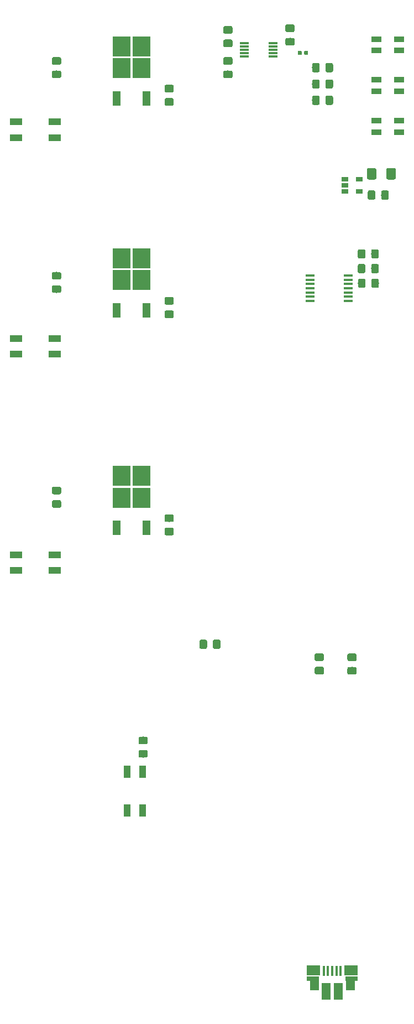
<source format=gbr>
G04 #@! TF.GenerationSoftware,KiCad,Pcbnew,(5.1.4)-1*
G04 #@! TF.CreationDate,2019-12-15T21:40:21+01:00*
G04 #@! TF.ProjectId,AcMonitoringSystem,41634d6f-6e69-4746-9f72-696e67537973,rev?*
G04 #@! TF.SameCoordinates,Original*
G04 #@! TF.FileFunction,Paste,Top*
G04 #@! TF.FilePolarity,Positive*
%FSLAX46Y46*%
G04 Gerber Fmt 4.6, Leading zero omitted, Abs format (unit mm)*
G04 Created by KiCad (PCBNEW (5.1.4)-1) date 2019-12-15 21:40:21*
%MOMM*%
%LPD*%
G04 APERTURE LIST*
%ADD10C,0.100000*%
%ADD11C,1.425000*%
%ADD12C,1.150000*%
%ADD13R,1.850000X1.000000*%
%ADD14R,1.000000X1.850000*%
%ADD15R,1.600000X0.850000*%
%ADD16R,1.350000X2.000000*%
%ADD17R,1.825000X0.700000*%
%ADD18R,2.000000X1.500000*%
%ADD19R,0.400000X1.650000*%
%ADD20R,1.430000X2.500000*%
%ADD21C,0.590000*%
%ADD22R,1.200000X2.200000*%
%ADD23R,2.750000X3.050000*%
%ADD24R,1.060000X0.650000*%
%ADD25R,1.400000X0.300000*%
%ADD26R,1.450000X0.450000*%
G04 APERTURE END LIST*
D10*
G36*
X166724504Y-53626204D02*
G01*
X166748773Y-53629804D01*
X166772571Y-53635765D01*
X166795671Y-53644030D01*
X166817849Y-53654520D01*
X166838893Y-53667133D01*
X166858598Y-53681747D01*
X166876777Y-53698223D01*
X166893253Y-53716402D01*
X166907867Y-53736107D01*
X166920480Y-53757151D01*
X166930970Y-53779329D01*
X166939235Y-53802429D01*
X166945196Y-53826227D01*
X166948796Y-53850496D01*
X166950000Y-53875000D01*
X166950000Y-55125000D01*
X166948796Y-55149504D01*
X166945196Y-55173773D01*
X166939235Y-55197571D01*
X166930970Y-55220671D01*
X166920480Y-55242849D01*
X166907867Y-55263893D01*
X166893253Y-55283598D01*
X166876777Y-55301777D01*
X166858598Y-55318253D01*
X166838893Y-55332867D01*
X166817849Y-55345480D01*
X166795671Y-55355970D01*
X166772571Y-55364235D01*
X166748773Y-55370196D01*
X166724504Y-55373796D01*
X166700000Y-55375000D01*
X165775000Y-55375000D01*
X165750496Y-55373796D01*
X165726227Y-55370196D01*
X165702429Y-55364235D01*
X165679329Y-55355970D01*
X165657151Y-55345480D01*
X165636107Y-55332867D01*
X165616402Y-55318253D01*
X165598223Y-55301777D01*
X165581747Y-55283598D01*
X165567133Y-55263893D01*
X165554520Y-55242849D01*
X165544030Y-55220671D01*
X165535765Y-55197571D01*
X165529804Y-55173773D01*
X165526204Y-55149504D01*
X165525000Y-55125000D01*
X165525000Y-53875000D01*
X165526204Y-53850496D01*
X165529804Y-53826227D01*
X165535765Y-53802429D01*
X165544030Y-53779329D01*
X165554520Y-53757151D01*
X165567133Y-53736107D01*
X165581747Y-53716402D01*
X165598223Y-53698223D01*
X165616402Y-53681747D01*
X165636107Y-53667133D01*
X165657151Y-53654520D01*
X165679329Y-53644030D01*
X165702429Y-53635765D01*
X165726227Y-53629804D01*
X165750496Y-53626204D01*
X165775000Y-53625000D01*
X166700000Y-53625000D01*
X166724504Y-53626204D01*
X166724504Y-53626204D01*
G37*
D11*
X166237500Y-54500000D03*
D10*
G36*
X163749504Y-53626204D02*
G01*
X163773773Y-53629804D01*
X163797571Y-53635765D01*
X163820671Y-53644030D01*
X163842849Y-53654520D01*
X163863893Y-53667133D01*
X163883598Y-53681747D01*
X163901777Y-53698223D01*
X163918253Y-53716402D01*
X163932867Y-53736107D01*
X163945480Y-53757151D01*
X163955970Y-53779329D01*
X163964235Y-53802429D01*
X163970196Y-53826227D01*
X163973796Y-53850496D01*
X163975000Y-53875000D01*
X163975000Y-55125000D01*
X163973796Y-55149504D01*
X163970196Y-55173773D01*
X163964235Y-55197571D01*
X163955970Y-55220671D01*
X163945480Y-55242849D01*
X163932867Y-55263893D01*
X163918253Y-55283598D01*
X163901777Y-55301777D01*
X163883598Y-55318253D01*
X163863893Y-55332867D01*
X163842849Y-55345480D01*
X163820671Y-55355970D01*
X163797571Y-55364235D01*
X163773773Y-55370196D01*
X163749504Y-55373796D01*
X163725000Y-55375000D01*
X162800000Y-55375000D01*
X162775496Y-55373796D01*
X162751227Y-55370196D01*
X162727429Y-55364235D01*
X162704329Y-55355970D01*
X162682151Y-55345480D01*
X162661107Y-55332867D01*
X162641402Y-55318253D01*
X162623223Y-55301777D01*
X162606747Y-55283598D01*
X162592133Y-55263893D01*
X162579520Y-55242849D01*
X162569030Y-55220671D01*
X162560765Y-55197571D01*
X162554804Y-55173773D01*
X162551204Y-55149504D01*
X162550000Y-55125000D01*
X162550000Y-53875000D01*
X162551204Y-53850496D01*
X162554804Y-53826227D01*
X162560765Y-53802429D01*
X162569030Y-53779329D01*
X162579520Y-53757151D01*
X162592133Y-53736107D01*
X162606747Y-53716402D01*
X162623223Y-53698223D01*
X162641402Y-53681747D01*
X162661107Y-53667133D01*
X162682151Y-53654520D01*
X162704329Y-53644030D01*
X162727429Y-53635765D01*
X162751227Y-53629804D01*
X162775496Y-53626204D01*
X162800000Y-53625000D01*
X163725000Y-53625000D01*
X163749504Y-53626204D01*
X163749504Y-53626204D01*
G37*
D11*
X163262500Y-54500000D03*
D10*
G36*
X141724505Y-33951204D02*
G01*
X141748773Y-33954804D01*
X141772572Y-33960765D01*
X141795671Y-33969030D01*
X141817850Y-33979520D01*
X141838893Y-33992132D01*
X141858599Y-34006747D01*
X141876777Y-34023223D01*
X141893253Y-34041401D01*
X141907868Y-34061107D01*
X141920480Y-34082150D01*
X141930970Y-34104329D01*
X141939235Y-34127428D01*
X141945196Y-34151227D01*
X141948796Y-34175495D01*
X141950000Y-34199999D01*
X141950000Y-34850001D01*
X141948796Y-34874505D01*
X141945196Y-34898773D01*
X141939235Y-34922572D01*
X141930970Y-34945671D01*
X141920480Y-34967850D01*
X141907868Y-34988893D01*
X141893253Y-35008599D01*
X141876777Y-35026777D01*
X141858599Y-35043253D01*
X141838893Y-35057868D01*
X141817850Y-35070480D01*
X141795671Y-35080970D01*
X141772572Y-35089235D01*
X141748773Y-35095196D01*
X141724505Y-35098796D01*
X141700001Y-35100000D01*
X140799999Y-35100000D01*
X140775495Y-35098796D01*
X140751227Y-35095196D01*
X140727428Y-35089235D01*
X140704329Y-35080970D01*
X140682150Y-35070480D01*
X140661107Y-35057868D01*
X140641401Y-35043253D01*
X140623223Y-35026777D01*
X140606747Y-35008599D01*
X140592132Y-34988893D01*
X140579520Y-34967850D01*
X140569030Y-34945671D01*
X140560765Y-34922572D01*
X140554804Y-34898773D01*
X140551204Y-34874505D01*
X140550000Y-34850001D01*
X140550000Y-34199999D01*
X140551204Y-34175495D01*
X140554804Y-34151227D01*
X140560765Y-34127428D01*
X140569030Y-34104329D01*
X140579520Y-34082150D01*
X140592132Y-34061107D01*
X140606747Y-34041401D01*
X140623223Y-34023223D01*
X140641401Y-34006747D01*
X140661107Y-33992132D01*
X140682150Y-33979520D01*
X140704329Y-33969030D01*
X140727428Y-33960765D01*
X140751227Y-33954804D01*
X140775495Y-33951204D01*
X140799999Y-33950000D01*
X141700001Y-33950000D01*
X141724505Y-33951204D01*
X141724505Y-33951204D01*
G37*
D12*
X141250000Y-34525000D03*
D10*
G36*
X141724505Y-31901204D02*
G01*
X141748773Y-31904804D01*
X141772572Y-31910765D01*
X141795671Y-31919030D01*
X141817850Y-31929520D01*
X141838893Y-31942132D01*
X141858599Y-31956747D01*
X141876777Y-31973223D01*
X141893253Y-31991401D01*
X141907868Y-32011107D01*
X141920480Y-32032150D01*
X141930970Y-32054329D01*
X141939235Y-32077428D01*
X141945196Y-32101227D01*
X141948796Y-32125495D01*
X141950000Y-32149999D01*
X141950000Y-32800001D01*
X141948796Y-32824505D01*
X141945196Y-32848773D01*
X141939235Y-32872572D01*
X141930970Y-32895671D01*
X141920480Y-32917850D01*
X141907868Y-32938893D01*
X141893253Y-32958599D01*
X141876777Y-32976777D01*
X141858599Y-32993253D01*
X141838893Y-33007868D01*
X141817850Y-33020480D01*
X141795671Y-33030970D01*
X141772572Y-33039235D01*
X141748773Y-33045196D01*
X141724505Y-33048796D01*
X141700001Y-33050000D01*
X140799999Y-33050000D01*
X140775495Y-33048796D01*
X140751227Y-33045196D01*
X140727428Y-33039235D01*
X140704329Y-33030970D01*
X140682150Y-33020480D01*
X140661107Y-33007868D01*
X140641401Y-32993253D01*
X140623223Y-32976777D01*
X140606747Y-32958599D01*
X140592132Y-32938893D01*
X140579520Y-32917850D01*
X140569030Y-32895671D01*
X140560765Y-32872572D01*
X140554804Y-32848773D01*
X140551204Y-32824505D01*
X140550000Y-32800001D01*
X140550000Y-32149999D01*
X140551204Y-32125495D01*
X140554804Y-32101227D01*
X140560765Y-32077428D01*
X140569030Y-32054329D01*
X140579520Y-32032150D01*
X140592132Y-32011107D01*
X140606747Y-31991401D01*
X140623223Y-31973223D01*
X140641401Y-31956747D01*
X140661107Y-31942132D01*
X140682150Y-31929520D01*
X140704329Y-31919030D01*
X140727428Y-31910765D01*
X140751227Y-31904804D01*
X140775495Y-31901204D01*
X140799999Y-31900000D01*
X141700001Y-31900000D01*
X141724505Y-31901204D01*
X141724505Y-31901204D01*
G37*
D12*
X141250000Y-32475000D03*
D10*
G36*
X151224505Y-31651204D02*
G01*
X151248773Y-31654804D01*
X151272572Y-31660765D01*
X151295671Y-31669030D01*
X151317850Y-31679520D01*
X151338893Y-31692132D01*
X151358599Y-31706747D01*
X151376777Y-31723223D01*
X151393253Y-31741401D01*
X151407868Y-31761107D01*
X151420480Y-31782150D01*
X151430970Y-31804329D01*
X151439235Y-31827428D01*
X151445196Y-31851227D01*
X151448796Y-31875495D01*
X151450000Y-31899999D01*
X151450000Y-32550001D01*
X151448796Y-32574505D01*
X151445196Y-32598773D01*
X151439235Y-32622572D01*
X151430970Y-32645671D01*
X151420480Y-32667850D01*
X151407868Y-32688893D01*
X151393253Y-32708599D01*
X151376777Y-32726777D01*
X151358599Y-32743253D01*
X151338893Y-32757868D01*
X151317850Y-32770480D01*
X151295671Y-32780970D01*
X151272572Y-32789235D01*
X151248773Y-32795196D01*
X151224505Y-32798796D01*
X151200001Y-32800000D01*
X150299999Y-32800000D01*
X150275495Y-32798796D01*
X150251227Y-32795196D01*
X150227428Y-32789235D01*
X150204329Y-32780970D01*
X150182150Y-32770480D01*
X150161107Y-32757868D01*
X150141401Y-32743253D01*
X150123223Y-32726777D01*
X150106747Y-32708599D01*
X150092132Y-32688893D01*
X150079520Y-32667850D01*
X150069030Y-32645671D01*
X150060765Y-32622572D01*
X150054804Y-32598773D01*
X150051204Y-32574505D01*
X150050000Y-32550001D01*
X150050000Y-31899999D01*
X150051204Y-31875495D01*
X150054804Y-31851227D01*
X150060765Y-31827428D01*
X150069030Y-31804329D01*
X150079520Y-31782150D01*
X150092132Y-31761107D01*
X150106747Y-31741401D01*
X150123223Y-31723223D01*
X150141401Y-31706747D01*
X150161107Y-31692132D01*
X150182150Y-31679520D01*
X150204329Y-31669030D01*
X150227428Y-31660765D01*
X150251227Y-31654804D01*
X150275495Y-31651204D01*
X150299999Y-31650000D01*
X151200001Y-31650000D01*
X151224505Y-31651204D01*
X151224505Y-31651204D01*
G37*
D12*
X150750000Y-32225000D03*
D10*
G36*
X151224505Y-33701204D02*
G01*
X151248773Y-33704804D01*
X151272572Y-33710765D01*
X151295671Y-33719030D01*
X151317850Y-33729520D01*
X151338893Y-33742132D01*
X151358599Y-33756747D01*
X151376777Y-33773223D01*
X151393253Y-33791401D01*
X151407868Y-33811107D01*
X151420480Y-33832150D01*
X151430970Y-33854329D01*
X151439235Y-33877428D01*
X151445196Y-33901227D01*
X151448796Y-33925495D01*
X151450000Y-33949999D01*
X151450000Y-34600001D01*
X151448796Y-34624505D01*
X151445196Y-34648773D01*
X151439235Y-34672572D01*
X151430970Y-34695671D01*
X151420480Y-34717850D01*
X151407868Y-34738893D01*
X151393253Y-34758599D01*
X151376777Y-34776777D01*
X151358599Y-34793253D01*
X151338893Y-34807868D01*
X151317850Y-34820480D01*
X151295671Y-34830970D01*
X151272572Y-34839235D01*
X151248773Y-34845196D01*
X151224505Y-34848796D01*
X151200001Y-34850000D01*
X150299999Y-34850000D01*
X150275495Y-34848796D01*
X150251227Y-34845196D01*
X150227428Y-34839235D01*
X150204329Y-34830970D01*
X150182150Y-34820480D01*
X150161107Y-34807868D01*
X150141401Y-34793253D01*
X150123223Y-34776777D01*
X150106747Y-34758599D01*
X150092132Y-34738893D01*
X150079520Y-34717850D01*
X150069030Y-34695671D01*
X150060765Y-34672572D01*
X150054804Y-34648773D01*
X150051204Y-34624505D01*
X150050000Y-34600001D01*
X150050000Y-33949999D01*
X150051204Y-33925495D01*
X150054804Y-33901227D01*
X150060765Y-33877428D01*
X150069030Y-33854329D01*
X150079520Y-33832150D01*
X150092132Y-33811107D01*
X150106747Y-33791401D01*
X150123223Y-33773223D01*
X150141401Y-33756747D01*
X150161107Y-33742132D01*
X150182150Y-33729520D01*
X150204329Y-33719030D01*
X150227428Y-33710765D01*
X150251227Y-33704804D01*
X150275495Y-33701204D01*
X150299999Y-33700000D01*
X151200001Y-33700000D01*
X151224505Y-33701204D01*
X151224505Y-33701204D01*
G37*
D12*
X150750000Y-34275000D03*
D10*
G36*
X164124505Y-66051204D02*
G01*
X164148773Y-66054804D01*
X164172572Y-66060765D01*
X164195671Y-66069030D01*
X164217850Y-66079520D01*
X164238893Y-66092132D01*
X164258599Y-66106747D01*
X164276777Y-66123223D01*
X164293253Y-66141401D01*
X164307868Y-66161107D01*
X164320480Y-66182150D01*
X164330970Y-66204329D01*
X164339235Y-66227428D01*
X164345196Y-66251227D01*
X164348796Y-66275495D01*
X164350000Y-66299999D01*
X164350000Y-67200001D01*
X164348796Y-67224505D01*
X164345196Y-67248773D01*
X164339235Y-67272572D01*
X164330970Y-67295671D01*
X164320480Y-67317850D01*
X164307868Y-67338893D01*
X164293253Y-67358599D01*
X164276777Y-67376777D01*
X164258599Y-67393253D01*
X164238893Y-67407868D01*
X164217850Y-67420480D01*
X164195671Y-67430970D01*
X164172572Y-67439235D01*
X164148773Y-67445196D01*
X164124505Y-67448796D01*
X164100001Y-67450000D01*
X163449999Y-67450000D01*
X163425495Y-67448796D01*
X163401227Y-67445196D01*
X163377428Y-67439235D01*
X163354329Y-67430970D01*
X163332150Y-67420480D01*
X163311107Y-67407868D01*
X163291401Y-67393253D01*
X163273223Y-67376777D01*
X163256747Y-67358599D01*
X163242132Y-67338893D01*
X163229520Y-67317850D01*
X163219030Y-67295671D01*
X163210765Y-67272572D01*
X163204804Y-67248773D01*
X163201204Y-67224505D01*
X163200000Y-67200001D01*
X163200000Y-66299999D01*
X163201204Y-66275495D01*
X163204804Y-66251227D01*
X163210765Y-66227428D01*
X163219030Y-66204329D01*
X163229520Y-66182150D01*
X163242132Y-66161107D01*
X163256747Y-66141401D01*
X163273223Y-66123223D01*
X163291401Y-66106747D01*
X163311107Y-66092132D01*
X163332150Y-66079520D01*
X163354329Y-66069030D01*
X163377428Y-66060765D01*
X163401227Y-66054804D01*
X163425495Y-66051204D01*
X163449999Y-66050000D01*
X164100001Y-66050000D01*
X164124505Y-66051204D01*
X164124505Y-66051204D01*
G37*
D12*
X163775000Y-66750000D03*
D10*
G36*
X162074505Y-66051204D02*
G01*
X162098773Y-66054804D01*
X162122572Y-66060765D01*
X162145671Y-66069030D01*
X162167850Y-66079520D01*
X162188893Y-66092132D01*
X162208599Y-66106747D01*
X162226777Y-66123223D01*
X162243253Y-66141401D01*
X162257868Y-66161107D01*
X162270480Y-66182150D01*
X162280970Y-66204329D01*
X162289235Y-66227428D01*
X162295196Y-66251227D01*
X162298796Y-66275495D01*
X162300000Y-66299999D01*
X162300000Y-67200001D01*
X162298796Y-67224505D01*
X162295196Y-67248773D01*
X162289235Y-67272572D01*
X162280970Y-67295671D01*
X162270480Y-67317850D01*
X162257868Y-67338893D01*
X162243253Y-67358599D01*
X162226777Y-67376777D01*
X162208599Y-67393253D01*
X162188893Y-67407868D01*
X162167850Y-67420480D01*
X162145671Y-67430970D01*
X162122572Y-67439235D01*
X162098773Y-67445196D01*
X162074505Y-67448796D01*
X162050001Y-67450000D01*
X161399999Y-67450000D01*
X161375495Y-67448796D01*
X161351227Y-67445196D01*
X161327428Y-67439235D01*
X161304329Y-67430970D01*
X161282150Y-67420480D01*
X161261107Y-67407868D01*
X161241401Y-67393253D01*
X161223223Y-67376777D01*
X161206747Y-67358599D01*
X161192132Y-67338893D01*
X161179520Y-67317850D01*
X161169030Y-67295671D01*
X161160765Y-67272572D01*
X161154804Y-67248773D01*
X161151204Y-67224505D01*
X161150000Y-67200001D01*
X161150000Y-66299999D01*
X161151204Y-66275495D01*
X161154804Y-66251227D01*
X161160765Y-66227428D01*
X161169030Y-66204329D01*
X161179520Y-66182150D01*
X161192132Y-66161107D01*
X161206747Y-66141401D01*
X161223223Y-66123223D01*
X161241401Y-66106747D01*
X161261107Y-66092132D01*
X161282150Y-66079520D01*
X161304329Y-66069030D01*
X161327428Y-66060765D01*
X161351227Y-66054804D01*
X161375495Y-66051204D01*
X161399999Y-66050000D01*
X162050001Y-66050000D01*
X162074505Y-66051204D01*
X162074505Y-66051204D01*
G37*
D12*
X161725000Y-66750000D03*
D10*
G36*
X162074505Y-68301204D02*
G01*
X162098773Y-68304804D01*
X162122572Y-68310765D01*
X162145671Y-68319030D01*
X162167850Y-68329520D01*
X162188893Y-68342132D01*
X162208599Y-68356747D01*
X162226777Y-68373223D01*
X162243253Y-68391401D01*
X162257868Y-68411107D01*
X162270480Y-68432150D01*
X162280970Y-68454329D01*
X162289235Y-68477428D01*
X162295196Y-68501227D01*
X162298796Y-68525495D01*
X162300000Y-68549999D01*
X162300000Y-69450001D01*
X162298796Y-69474505D01*
X162295196Y-69498773D01*
X162289235Y-69522572D01*
X162280970Y-69545671D01*
X162270480Y-69567850D01*
X162257868Y-69588893D01*
X162243253Y-69608599D01*
X162226777Y-69626777D01*
X162208599Y-69643253D01*
X162188893Y-69657868D01*
X162167850Y-69670480D01*
X162145671Y-69680970D01*
X162122572Y-69689235D01*
X162098773Y-69695196D01*
X162074505Y-69698796D01*
X162050001Y-69700000D01*
X161399999Y-69700000D01*
X161375495Y-69698796D01*
X161351227Y-69695196D01*
X161327428Y-69689235D01*
X161304329Y-69680970D01*
X161282150Y-69670480D01*
X161261107Y-69657868D01*
X161241401Y-69643253D01*
X161223223Y-69626777D01*
X161206747Y-69608599D01*
X161192132Y-69588893D01*
X161179520Y-69567850D01*
X161169030Y-69545671D01*
X161160765Y-69522572D01*
X161154804Y-69498773D01*
X161151204Y-69474505D01*
X161150000Y-69450001D01*
X161150000Y-68549999D01*
X161151204Y-68525495D01*
X161154804Y-68501227D01*
X161160765Y-68477428D01*
X161169030Y-68454329D01*
X161179520Y-68432150D01*
X161192132Y-68411107D01*
X161206747Y-68391401D01*
X161223223Y-68373223D01*
X161241401Y-68356747D01*
X161261107Y-68342132D01*
X161282150Y-68329520D01*
X161304329Y-68319030D01*
X161327428Y-68310765D01*
X161351227Y-68304804D01*
X161375495Y-68301204D01*
X161399999Y-68300000D01*
X162050001Y-68300000D01*
X162074505Y-68301204D01*
X162074505Y-68301204D01*
G37*
D12*
X161725000Y-69000000D03*
D10*
G36*
X164124505Y-68301204D02*
G01*
X164148773Y-68304804D01*
X164172572Y-68310765D01*
X164195671Y-68319030D01*
X164217850Y-68329520D01*
X164238893Y-68342132D01*
X164258599Y-68356747D01*
X164276777Y-68373223D01*
X164293253Y-68391401D01*
X164307868Y-68411107D01*
X164320480Y-68432150D01*
X164330970Y-68454329D01*
X164339235Y-68477428D01*
X164345196Y-68501227D01*
X164348796Y-68525495D01*
X164350000Y-68549999D01*
X164350000Y-69450001D01*
X164348796Y-69474505D01*
X164345196Y-69498773D01*
X164339235Y-69522572D01*
X164330970Y-69545671D01*
X164320480Y-69567850D01*
X164307868Y-69588893D01*
X164293253Y-69608599D01*
X164276777Y-69626777D01*
X164258599Y-69643253D01*
X164238893Y-69657868D01*
X164217850Y-69670480D01*
X164195671Y-69680970D01*
X164172572Y-69689235D01*
X164148773Y-69695196D01*
X164124505Y-69698796D01*
X164100001Y-69700000D01*
X163449999Y-69700000D01*
X163425495Y-69698796D01*
X163401227Y-69695196D01*
X163377428Y-69689235D01*
X163354329Y-69680970D01*
X163332150Y-69670480D01*
X163311107Y-69657868D01*
X163291401Y-69643253D01*
X163273223Y-69626777D01*
X163256747Y-69608599D01*
X163242132Y-69588893D01*
X163229520Y-69567850D01*
X163219030Y-69545671D01*
X163210765Y-69522572D01*
X163204804Y-69498773D01*
X163201204Y-69474505D01*
X163200000Y-69450001D01*
X163200000Y-68549999D01*
X163201204Y-68525495D01*
X163204804Y-68501227D01*
X163210765Y-68477428D01*
X163219030Y-68454329D01*
X163229520Y-68432150D01*
X163242132Y-68411107D01*
X163256747Y-68391401D01*
X163273223Y-68373223D01*
X163291401Y-68356747D01*
X163311107Y-68342132D01*
X163332150Y-68329520D01*
X163354329Y-68319030D01*
X163377428Y-68310765D01*
X163401227Y-68304804D01*
X163425495Y-68301204D01*
X163449999Y-68300000D01*
X164100001Y-68300000D01*
X164124505Y-68301204D01*
X164124505Y-68301204D01*
G37*
D12*
X163775000Y-69000000D03*
D10*
G36*
X162099505Y-70551204D02*
G01*
X162123773Y-70554804D01*
X162147572Y-70560765D01*
X162170671Y-70569030D01*
X162192850Y-70579520D01*
X162213893Y-70592132D01*
X162233599Y-70606747D01*
X162251777Y-70623223D01*
X162268253Y-70641401D01*
X162282868Y-70661107D01*
X162295480Y-70682150D01*
X162305970Y-70704329D01*
X162314235Y-70727428D01*
X162320196Y-70751227D01*
X162323796Y-70775495D01*
X162325000Y-70799999D01*
X162325000Y-71700001D01*
X162323796Y-71724505D01*
X162320196Y-71748773D01*
X162314235Y-71772572D01*
X162305970Y-71795671D01*
X162295480Y-71817850D01*
X162282868Y-71838893D01*
X162268253Y-71858599D01*
X162251777Y-71876777D01*
X162233599Y-71893253D01*
X162213893Y-71907868D01*
X162192850Y-71920480D01*
X162170671Y-71930970D01*
X162147572Y-71939235D01*
X162123773Y-71945196D01*
X162099505Y-71948796D01*
X162075001Y-71950000D01*
X161424999Y-71950000D01*
X161400495Y-71948796D01*
X161376227Y-71945196D01*
X161352428Y-71939235D01*
X161329329Y-71930970D01*
X161307150Y-71920480D01*
X161286107Y-71907868D01*
X161266401Y-71893253D01*
X161248223Y-71876777D01*
X161231747Y-71858599D01*
X161217132Y-71838893D01*
X161204520Y-71817850D01*
X161194030Y-71795671D01*
X161185765Y-71772572D01*
X161179804Y-71748773D01*
X161176204Y-71724505D01*
X161175000Y-71700001D01*
X161175000Y-70799999D01*
X161176204Y-70775495D01*
X161179804Y-70751227D01*
X161185765Y-70727428D01*
X161194030Y-70704329D01*
X161204520Y-70682150D01*
X161217132Y-70661107D01*
X161231747Y-70641401D01*
X161248223Y-70623223D01*
X161266401Y-70606747D01*
X161286107Y-70592132D01*
X161307150Y-70579520D01*
X161329329Y-70569030D01*
X161352428Y-70560765D01*
X161376227Y-70554804D01*
X161400495Y-70551204D01*
X161424999Y-70550000D01*
X162075001Y-70550000D01*
X162099505Y-70551204D01*
X162099505Y-70551204D01*
G37*
D12*
X161750000Y-71250000D03*
D10*
G36*
X164149505Y-70551204D02*
G01*
X164173773Y-70554804D01*
X164197572Y-70560765D01*
X164220671Y-70569030D01*
X164242850Y-70579520D01*
X164263893Y-70592132D01*
X164283599Y-70606747D01*
X164301777Y-70623223D01*
X164318253Y-70641401D01*
X164332868Y-70661107D01*
X164345480Y-70682150D01*
X164355970Y-70704329D01*
X164364235Y-70727428D01*
X164370196Y-70751227D01*
X164373796Y-70775495D01*
X164375000Y-70799999D01*
X164375000Y-71700001D01*
X164373796Y-71724505D01*
X164370196Y-71748773D01*
X164364235Y-71772572D01*
X164355970Y-71795671D01*
X164345480Y-71817850D01*
X164332868Y-71838893D01*
X164318253Y-71858599D01*
X164301777Y-71876777D01*
X164283599Y-71893253D01*
X164263893Y-71907868D01*
X164242850Y-71920480D01*
X164220671Y-71930970D01*
X164197572Y-71939235D01*
X164173773Y-71945196D01*
X164149505Y-71948796D01*
X164125001Y-71950000D01*
X163474999Y-71950000D01*
X163450495Y-71948796D01*
X163426227Y-71945196D01*
X163402428Y-71939235D01*
X163379329Y-71930970D01*
X163357150Y-71920480D01*
X163336107Y-71907868D01*
X163316401Y-71893253D01*
X163298223Y-71876777D01*
X163281747Y-71858599D01*
X163267132Y-71838893D01*
X163254520Y-71817850D01*
X163244030Y-71795671D01*
X163235765Y-71772572D01*
X163229804Y-71748773D01*
X163226204Y-71724505D01*
X163225000Y-71700001D01*
X163225000Y-70799999D01*
X163226204Y-70775495D01*
X163229804Y-70751227D01*
X163235765Y-70727428D01*
X163244030Y-70704329D01*
X163254520Y-70682150D01*
X163267132Y-70661107D01*
X163281747Y-70641401D01*
X163298223Y-70623223D01*
X163316401Y-70606747D01*
X163336107Y-70592132D01*
X163357150Y-70579520D01*
X163379329Y-70569030D01*
X163402428Y-70560765D01*
X163426227Y-70554804D01*
X163450495Y-70551204D01*
X163474999Y-70550000D01*
X164125001Y-70550000D01*
X164149505Y-70551204D01*
X164149505Y-70551204D01*
G37*
D12*
X163800000Y-71250000D03*
D10*
G36*
X155724505Y-127901204D02*
G01*
X155748773Y-127904804D01*
X155772572Y-127910765D01*
X155795671Y-127919030D01*
X155817850Y-127929520D01*
X155838893Y-127942132D01*
X155858599Y-127956747D01*
X155876777Y-127973223D01*
X155893253Y-127991401D01*
X155907868Y-128011107D01*
X155920480Y-128032150D01*
X155930970Y-128054329D01*
X155939235Y-128077428D01*
X155945196Y-128101227D01*
X155948796Y-128125495D01*
X155950000Y-128149999D01*
X155950000Y-128800001D01*
X155948796Y-128824505D01*
X155945196Y-128848773D01*
X155939235Y-128872572D01*
X155930970Y-128895671D01*
X155920480Y-128917850D01*
X155907868Y-128938893D01*
X155893253Y-128958599D01*
X155876777Y-128976777D01*
X155858599Y-128993253D01*
X155838893Y-129007868D01*
X155817850Y-129020480D01*
X155795671Y-129030970D01*
X155772572Y-129039235D01*
X155748773Y-129045196D01*
X155724505Y-129048796D01*
X155700001Y-129050000D01*
X154799999Y-129050000D01*
X154775495Y-129048796D01*
X154751227Y-129045196D01*
X154727428Y-129039235D01*
X154704329Y-129030970D01*
X154682150Y-129020480D01*
X154661107Y-129007868D01*
X154641401Y-128993253D01*
X154623223Y-128976777D01*
X154606747Y-128958599D01*
X154592132Y-128938893D01*
X154579520Y-128917850D01*
X154569030Y-128895671D01*
X154560765Y-128872572D01*
X154554804Y-128848773D01*
X154551204Y-128824505D01*
X154550000Y-128800001D01*
X154550000Y-128149999D01*
X154551204Y-128125495D01*
X154554804Y-128101227D01*
X154560765Y-128077428D01*
X154569030Y-128054329D01*
X154579520Y-128032150D01*
X154592132Y-128011107D01*
X154606747Y-127991401D01*
X154623223Y-127973223D01*
X154641401Y-127956747D01*
X154661107Y-127942132D01*
X154682150Y-127929520D01*
X154704329Y-127919030D01*
X154727428Y-127910765D01*
X154751227Y-127904804D01*
X154775495Y-127901204D01*
X154799999Y-127900000D01*
X155700001Y-127900000D01*
X155724505Y-127901204D01*
X155724505Y-127901204D01*
G37*
D12*
X155250000Y-128475000D03*
D10*
G36*
X155724505Y-129951204D02*
G01*
X155748773Y-129954804D01*
X155772572Y-129960765D01*
X155795671Y-129969030D01*
X155817850Y-129979520D01*
X155838893Y-129992132D01*
X155858599Y-130006747D01*
X155876777Y-130023223D01*
X155893253Y-130041401D01*
X155907868Y-130061107D01*
X155920480Y-130082150D01*
X155930970Y-130104329D01*
X155939235Y-130127428D01*
X155945196Y-130151227D01*
X155948796Y-130175495D01*
X155950000Y-130199999D01*
X155950000Y-130850001D01*
X155948796Y-130874505D01*
X155945196Y-130898773D01*
X155939235Y-130922572D01*
X155930970Y-130945671D01*
X155920480Y-130967850D01*
X155907868Y-130988893D01*
X155893253Y-131008599D01*
X155876777Y-131026777D01*
X155858599Y-131043253D01*
X155838893Y-131057868D01*
X155817850Y-131070480D01*
X155795671Y-131080970D01*
X155772572Y-131089235D01*
X155748773Y-131095196D01*
X155724505Y-131098796D01*
X155700001Y-131100000D01*
X154799999Y-131100000D01*
X154775495Y-131098796D01*
X154751227Y-131095196D01*
X154727428Y-131089235D01*
X154704329Y-131080970D01*
X154682150Y-131070480D01*
X154661107Y-131057868D01*
X154641401Y-131043253D01*
X154623223Y-131026777D01*
X154606747Y-131008599D01*
X154592132Y-130988893D01*
X154579520Y-130967850D01*
X154569030Y-130945671D01*
X154560765Y-130922572D01*
X154554804Y-130898773D01*
X154551204Y-130874505D01*
X154550000Y-130850001D01*
X154550000Y-130199999D01*
X154551204Y-130175495D01*
X154554804Y-130151227D01*
X154560765Y-130127428D01*
X154569030Y-130104329D01*
X154579520Y-130082150D01*
X154592132Y-130061107D01*
X154606747Y-130041401D01*
X154623223Y-130023223D01*
X154641401Y-130006747D01*
X154661107Y-129992132D01*
X154682150Y-129979520D01*
X154704329Y-129969030D01*
X154727428Y-129960765D01*
X154751227Y-129954804D01*
X154775495Y-129951204D01*
X154799999Y-129950000D01*
X155700001Y-129950000D01*
X155724505Y-129951204D01*
X155724505Y-129951204D01*
G37*
D12*
X155250000Y-130525000D03*
D10*
G36*
X160724505Y-127926204D02*
G01*
X160748773Y-127929804D01*
X160772572Y-127935765D01*
X160795671Y-127944030D01*
X160817850Y-127954520D01*
X160838893Y-127967132D01*
X160858599Y-127981747D01*
X160876777Y-127998223D01*
X160893253Y-128016401D01*
X160907868Y-128036107D01*
X160920480Y-128057150D01*
X160930970Y-128079329D01*
X160939235Y-128102428D01*
X160945196Y-128126227D01*
X160948796Y-128150495D01*
X160950000Y-128174999D01*
X160950000Y-128825001D01*
X160948796Y-128849505D01*
X160945196Y-128873773D01*
X160939235Y-128897572D01*
X160930970Y-128920671D01*
X160920480Y-128942850D01*
X160907868Y-128963893D01*
X160893253Y-128983599D01*
X160876777Y-129001777D01*
X160858599Y-129018253D01*
X160838893Y-129032868D01*
X160817850Y-129045480D01*
X160795671Y-129055970D01*
X160772572Y-129064235D01*
X160748773Y-129070196D01*
X160724505Y-129073796D01*
X160700001Y-129075000D01*
X159799999Y-129075000D01*
X159775495Y-129073796D01*
X159751227Y-129070196D01*
X159727428Y-129064235D01*
X159704329Y-129055970D01*
X159682150Y-129045480D01*
X159661107Y-129032868D01*
X159641401Y-129018253D01*
X159623223Y-129001777D01*
X159606747Y-128983599D01*
X159592132Y-128963893D01*
X159579520Y-128942850D01*
X159569030Y-128920671D01*
X159560765Y-128897572D01*
X159554804Y-128873773D01*
X159551204Y-128849505D01*
X159550000Y-128825001D01*
X159550000Y-128174999D01*
X159551204Y-128150495D01*
X159554804Y-128126227D01*
X159560765Y-128102428D01*
X159569030Y-128079329D01*
X159579520Y-128057150D01*
X159592132Y-128036107D01*
X159606747Y-128016401D01*
X159623223Y-127998223D01*
X159641401Y-127981747D01*
X159661107Y-127967132D01*
X159682150Y-127954520D01*
X159704329Y-127944030D01*
X159727428Y-127935765D01*
X159751227Y-127929804D01*
X159775495Y-127926204D01*
X159799999Y-127925000D01*
X160700001Y-127925000D01*
X160724505Y-127926204D01*
X160724505Y-127926204D01*
G37*
D12*
X160250000Y-128500000D03*
D10*
G36*
X160724505Y-129976204D02*
G01*
X160748773Y-129979804D01*
X160772572Y-129985765D01*
X160795671Y-129994030D01*
X160817850Y-130004520D01*
X160838893Y-130017132D01*
X160858599Y-130031747D01*
X160876777Y-130048223D01*
X160893253Y-130066401D01*
X160907868Y-130086107D01*
X160920480Y-130107150D01*
X160930970Y-130129329D01*
X160939235Y-130152428D01*
X160945196Y-130176227D01*
X160948796Y-130200495D01*
X160950000Y-130224999D01*
X160950000Y-130875001D01*
X160948796Y-130899505D01*
X160945196Y-130923773D01*
X160939235Y-130947572D01*
X160930970Y-130970671D01*
X160920480Y-130992850D01*
X160907868Y-131013893D01*
X160893253Y-131033599D01*
X160876777Y-131051777D01*
X160858599Y-131068253D01*
X160838893Y-131082868D01*
X160817850Y-131095480D01*
X160795671Y-131105970D01*
X160772572Y-131114235D01*
X160748773Y-131120196D01*
X160724505Y-131123796D01*
X160700001Y-131125000D01*
X159799999Y-131125000D01*
X159775495Y-131123796D01*
X159751227Y-131120196D01*
X159727428Y-131114235D01*
X159704329Y-131105970D01*
X159682150Y-131095480D01*
X159661107Y-131082868D01*
X159641401Y-131068253D01*
X159623223Y-131051777D01*
X159606747Y-131033599D01*
X159592132Y-131013893D01*
X159579520Y-130992850D01*
X159569030Y-130970671D01*
X159560765Y-130947572D01*
X159554804Y-130923773D01*
X159551204Y-130899505D01*
X159550000Y-130875001D01*
X159550000Y-130224999D01*
X159551204Y-130200495D01*
X159554804Y-130176227D01*
X159560765Y-130152428D01*
X159569030Y-130129329D01*
X159579520Y-130107150D01*
X159592132Y-130086107D01*
X159606747Y-130066401D01*
X159623223Y-130048223D01*
X159641401Y-130031747D01*
X159661107Y-130017132D01*
X159682150Y-130004520D01*
X159704329Y-129994030D01*
X159727428Y-129985765D01*
X159751227Y-129979804D01*
X159775495Y-129976204D01*
X159799999Y-129975000D01*
X160700001Y-129975000D01*
X160724505Y-129976204D01*
X160724505Y-129976204D01*
G37*
D12*
X160250000Y-130550000D03*
D10*
G36*
X115474505Y-102401204D02*
G01*
X115498773Y-102404804D01*
X115522572Y-102410765D01*
X115545671Y-102419030D01*
X115567850Y-102429520D01*
X115588893Y-102442132D01*
X115608599Y-102456747D01*
X115626777Y-102473223D01*
X115643253Y-102491401D01*
X115657868Y-102511107D01*
X115670480Y-102532150D01*
X115680970Y-102554329D01*
X115689235Y-102577428D01*
X115695196Y-102601227D01*
X115698796Y-102625495D01*
X115700000Y-102649999D01*
X115700000Y-103300001D01*
X115698796Y-103324505D01*
X115695196Y-103348773D01*
X115689235Y-103372572D01*
X115680970Y-103395671D01*
X115670480Y-103417850D01*
X115657868Y-103438893D01*
X115643253Y-103458599D01*
X115626777Y-103476777D01*
X115608599Y-103493253D01*
X115588893Y-103507868D01*
X115567850Y-103520480D01*
X115545671Y-103530970D01*
X115522572Y-103539235D01*
X115498773Y-103545196D01*
X115474505Y-103548796D01*
X115450001Y-103550000D01*
X114549999Y-103550000D01*
X114525495Y-103548796D01*
X114501227Y-103545196D01*
X114477428Y-103539235D01*
X114454329Y-103530970D01*
X114432150Y-103520480D01*
X114411107Y-103507868D01*
X114391401Y-103493253D01*
X114373223Y-103476777D01*
X114356747Y-103458599D01*
X114342132Y-103438893D01*
X114329520Y-103417850D01*
X114319030Y-103395671D01*
X114310765Y-103372572D01*
X114304804Y-103348773D01*
X114301204Y-103324505D01*
X114300000Y-103300001D01*
X114300000Y-102649999D01*
X114301204Y-102625495D01*
X114304804Y-102601227D01*
X114310765Y-102577428D01*
X114319030Y-102554329D01*
X114329520Y-102532150D01*
X114342132Y-102511107D01*
X114356747Y-102491401D01*
X114373223Y-102473223D01*
X114391401Y-102456747D01*
X114411107Y-102442132D01*
X114432150Y-102429520D01*
X114454329Y-102419030D01*
X114477428Y-102410765D01*
X114501227Y-102404804D01*
X114525495Y-102401204D01*
X114549999Y-102400000D01*
X115450001Y-102400000D01*
X115474505Y-102401204D01*
X115474505Y-102401204D01*
G37*
D12*
X115000000Y-102975000D03*
D10*
G36*
X115474505Y-104451204D02*
G01*
X115498773Y-104454804D01*
X115522572Y-104460765D01*
X115545671Y-104469030D01*
X115567850Y-104479520D01*
X115588893Y-104492132D01*
X115608599Y-104506747D01*
X115626777Y-104523223D01*
X115643253Y-104541401D01*
X115657868Y-104561107D01*
X115670480Y-104582150D01*
X115680970Y-104604329D01*
X115689235Y-104627428D01*
X115695196Y-104651227D01*
X115698796Y-104675495D01*
X115700000Y-104699999D01*
X115700000Y-105350001D01*
X115698796Y-105374505D01*
X115695196Y-105398773D01*
X115689235Y-105422572D01*
X115680970Y-105445671D01*
X115670480Y-105467850D01*
X115657868Y-105488893D01*
X115643253Y-105508599D01*
X115626777Y-105526777D01*
X115608599Y-105543253D01*
X115588893Y-105557868D01*
X115567850Y-105570480D01*
X115545671Y-105580970D01*
X115522572Y-105589235D01*
X115498773Y-105595196D01*
X115474505Y-105598796D01*
X115450001Y-105600000D01*
X114549999Y-105600000D01*
X114525495Y-105598796D01*
X114501227Y-105595196D01*
X114477428Y-105589235D01*
X114454329Y-105580970D01*
X114432150Y-105570480D01*
X114411107Y-105557868D01*
X114391401Y-105543253D01*
X114373223Y-105526777D01*
X114356747Y-105508599D01*
X114342132Y-105488893D01*
X114329520Y-105467850D01*
X114319030Y-105445671D01*
X114310765Y-105422572D01*
X114304804Y-105398773D01*
X114301204Y-105374505D01*
X114300000Y-105350001D01*
X114300000Y-104699999D01*
X114301204Y-104675495D01*
X114304804Y-104651227D01*
X114310765Y-104627428D01*
X114319030Y-104604329D01*
X114329520Y-104582150D01*
X114342132Y-104561107D01*
X114356747Y-104541401D01*
X114373223Y-104523223D01*
X114391401Y-104506747D01*
X114411107Y-104492132D01*
X114432150Y-104479520D01*
X114454329Y-104469030D01*
X114477428Y-104460765D01*
X114501227Y-104454804D01*
X114525495Y-104451204D01*
X114549999Y-104450000D01*
X115450001Y-104450000D01*
X115474505Y-104451204D01*
X115474505Y-104451204D01*
G37*
D12*
X115000000Y-105025000D03*
D10*
G36*
X115474505Y-71576204D02*
G01*
X115498773Y-71579804D01*
X115522572Y-71585765D01*
X115545671Y-71594030D01*
X115567850Y-71604520D01*
X115588893Y-71617132D01*
X115608599Y-71631747D01*
X115626777Y-71648223D01*
X115643253Y-71666401D01*
X115657868Y-71686107D01*
X115670480Y-71707150D01*
X115680970Y-71729329D01*
X115689235Y-71752428D01*
X115695196Y-71776227D01*
X115698796Y-71800495D01*
X115700000Y-71824999D01*
X115700000Y-72475001D01*
X115698796Y-72499505D01*
X115695196Y-72523773D01*
X115689235Y-72547572D01*
X115680970Y-72570671D01*
X115670480Y-72592850D01*
X115657868Y-72613893D01*
X115643253Y-72633599D01*
X115626777Y-72651777D01*
X115608599Y-72668253D01*
X115588893Y-72682868D01*
X115567850Y-72695480D01*
X115545671Y-72705970D01*
X115522572Y-72714235D01*
X115498773Y-72720196D01*
X115474505Y-72723796D01*
X115450001Y-72725000D01*
X114549999Y-72725000D01*
X114525495Y-72723796D01*
X114501227Y-72720196D01*
X114477428Y-72714235D01*
X114454329Y-72705970D01*
X114432150Y-72695480D01*
X114411107Y-72682868D01*
X114391401Y-72668253D01*
X114373223Y-72651777D01*
X114356747Y-72633599D01*
X114342132Y-72613893D01*
X114329520Y-72592850D01*
X114319030Y-72570671D01*
X114310765Y-72547572D01*
X114304804Y-72523773D01*
X114301204Y-72499505D01*
X114300000Y-72475001D01*
X114300000Y-71824999D01*
X114301204Y-71800495D01*
X114304804Y-71776227D01*
X114310765Y-71752428D01*
X114319030Y-71729329D01*
X114329520Y-71707150D01*
X114342132Y-71686107D01*
X114356747Y-71666401D01*
X114373223Y-71648223D01*
X114391401Y-71631747D01*
X114411107Y-71617132D01*
X114432150Y-71604520D01*
X114454329Y-71594030D01*
X114477428Y-71585765D01*
X114501227Y-71579804D01*
X114525495Y-71576204D01*
X114549999Y-71575000D01*
X115450001Y-71575000D01*
X115474505Y-71576204D01*
X115474505Y-71576204D01*
G37*
D12*
X115000000Y-72150000D03*
D10*
G36*
X115474505Y-69526204D02*
G01*
X115498773Y-69529804D01*
X115522572Y-69535765D01*
X115545671Y-69544030D01*
X115567850Y-69554520D01*
X115588893Y-69567132D01*
X115608599Y-69581747D01*
X115626777Y-69598223D01*
X115643253Y-69616401D01*
X115657868Y-69636107D01*
X115670480Y-69657150D01*
X115680970Y-69679329D01*
X115689235Y-69702428D01*
X115695196Y-69726227D01*
X115698796Y-69750495D01*
X115700000Y-69774999D01*
X115700000Y-70425001D01*
X115698796Y-70449505D01*
X115695196Y-70473773D01*
X115689235Y-70497572D01*
X115680970Y-70520671D01*
X115670480Y-70542850D01*
X115657868Y-70563893D01*
X115643253Y-70583599D01*
X115626777Y-70601777D01*
X115608599Y-70618253D01*
X115588893Y-70632868D01*
X115567850Y-70645480D01*
X115545671Y-70655970D01*
X115522572Y-70664235D01*
X115498773Y-70670196D01*
X115474505Y-70673796D01*
X115450001Y-70675000D01*
X114549999Y-70675000D01*
X114525495Y-70673796D01*
X114501227Y-70670196D01*
X114477428Y-70664235D01*
X114454329Y-70655970D01*
X114432150Y-70645480D01*
X114411107Y-70632868D01*
X114391401Y-70618253D01*
X114373223Y-70601777D01*
X114356747Y-70583599D01*
X114342132Y-70563893D01*
X114329520Y-70542850D01*
X114319030Y-70520671D01*
X114310765Y-70497572D01*
X114304804Y-70473773D01*
X114301204Y-70449505D01*
X114300000Y-70425001D01*
X114300000Y-69774999D01*
X114301204Y-69750495D01*
X114304804Y-69726227D01*
X114310765Y-69702428D01*
X114319030Y-69679329D01*
X114329520Y-69657150D01*
X114342132Y-69636107D01*
X114356747Y-69616401D01*
X114373223Y-69598223D01*
X114391401Y-69581747D01*
X114411107Y-69567132D01*
X114432150Y-69554520D01*
X114454329Y-69544030D01*
X114477428Y-69535765D01*
X114501227Y-69529804D01*
X114525495Y-69526204D01*
X114549999Y-69525000D01*
X115450001Y-69525000D01*
X115474505Y-69526204D01*
X115474505Y-69526204D01*
G37*
D12*
X115000000Y-70100000D03*
D10*
G36*
X115474505Y-38701204D02*
G01*
X115498773Y-38704804D01*
X115522572Y-38710765D01*
X115545671Y-38719030D01*
X115567850Y-38729520D01*
X115588893Y-38742132D01*
X115608599Y-38756747D01*
X115626777Y-38773223D01*
X115643253Y-38791401D01*
X115657868Y-38811107D01*
X115670480Y-38832150D01*
X115680970Y-38854329D01*
X115689235Y-38877428D01*
X115695196Y-38901227D01*
X115698796Y-38925495D01*
X115700000Y-38949999D01*
X115700000Y-39600001D01*
X115698796Y-39624505D01*
X115695196Y-39648773D01*
X115689235Y-39672572D01*
X115680970Y-39695671D01*
X115670480Y-39717850D01*
X115657868Y-39738893D01*
X115643253Y-39758599D01*
X115626777Y-39776777D01*
X115608599Y-39793253D01*
X115588893Y-39807868D01*
X115567850Y-39820480D01*
X115545671Y-39830970D01*
X115522572Y-39839235D01*
X115498773Y-39845196D01*
X115474505Y-39848796D01*
X115450001Y-39850000D01*
X114549999Y-39850000D01*
X114525495Y-39848796D01*
X114501227Y-39845196D01*
X114477428Y-39839235D01*
X114454329Y-39830970D01*
X114432150Y-39820480D01*
X114411107Y-39807868D01*
X114391401Y-39793253D01*
X114373223Y-39776777D01*
X114356747Y-39758599D01*
X114342132Y-39738893D01*
X114329520Y-39717850D01*
X114319030Y-39695671D01*
X114310765Y-39672572D01*
X114304804Y-39648773D01*
X114301204Y-39624505D01*
X114300000Y-39600001D01*
X114300000Y-38949999D01*
X114301204Y-38925495D01*
X114304804Y-38901227D01*
X114310765Y-38877428D01*
X114319030Y-38854329D01*
X114329520Y-38832150D01*
X114342132Y-38811107D01*
X114356747Y-38791401D01*
X114373223Y-38773223D01*
X114391401Y-38756747D01*
X114411107Y-38742132D01*
X114432150Y-38729520D01*
X114454329Y-38719030D01*
X114477428Y-38710765D01*
X114501227Y-38704804D01*
X114525495Y-38701204D01*
X114549999Y-38700000D01*
X115450001Y-38700000D01*
X115474505Y-38701204D01*
X115474505Y-38701204D01*
G37*
D12*
X115000000Y-39275000D03*
D10*
G36*
X115474505Y-36651204D02*
G01*
X115498773Y-36654804D01*
X115522572Y-36660765D01*
X115545671Y-36669030D01*
X115567850Y-36679520D01*
X115588893Y-36692132D01*
X115608599Y-36706747D01*
X115626777Y-36723223D01*
X115643253Y-36741401D01*
X115657868Y-36761107D01*
X115670480Y-36782150D01*
X115680970Y-36804329D01*
X115689235Y-36827428D01*
X115695196Y-36851227D01*
X115698796Y-36875495D01*
X115700000Y-36899999D01*
X115700000Y-37550001D01*
X115698796Y-37574505D01*
X115695196Y-37598773D01*
X115689235Y-37622572D01*
X115680970Y-37645671D01*
X115670480Y-37667850D01*
X115657868Y-37688893D01*
X115643253Y-37708599D01*
X115626777Y-37726777D01*
X115608599Y-37743253D01*
X115588893Y-37757868D01*
X115567850Y-37770480D01*
X115545671Y-37780970D01*
X115522572Y-37789235D01*
X115498773Y-37795196D01*
X115474505Y-37798796D01*
X115450001Y-37800000D01*
X114549999Y-37800000D01*
X114525495Y-37798796D01*
X114501227Y-37795196D01*
X114477428Y-37789235D01*
X114454329Y-37780970D01*
X114432150Y-37770480D01*
X114411107Y-37757868D01*
X114391401Y-37743253D01*
X114373223Y-37726777D01*
X114356747Y-37708599D01*
X114342132Y-37688893D01*
X114329520Y-37667850D01*
X114319030Y-37645671D01*
X114310765Y-37622572D01*
X114304804Y-37598773D01*
X114301204Y-37574505D01*
X114300000Y-37550001D01*
X114300000Y-36899999D01*
X114301204Y-36875495D01*
X114304804Y-36851227D01*
X114310765Y-36827428D01*
X114319030Y-36804329D01*
X114329520Y-36782150D01*
X114342132Y-36761107D01*
X114356747Y-36741401D01*
X114373223Y-36723223D01*
X114391401Y-36706747D01*
X114411107Y-36692132D01*
X114432150Y-36679520D01*
X114454329Y-36669030D01*
X114477428Y-36660765D01*
X114501227Y-36654804D01*
X114525495Y-36651204D01*
X114549999Y-36650000D01*
X115450001Y-36650000D01*
X115474505Y-36651204D01*
X115474505Y-36651204D01*
G37*
D12*
X115000000Y-37225000D03*
D10*
G36*
X132724505Y-108676204D02*
G01*
X132748773Y-108679804D01*
X132772572Y-108685765D01*
X132795671Y-108694030D01*
X132817850Y-108704520D01*
X132838893Y-108717132D01*
X132858599Y-108731747D01*
X132876777Y-108748223D01*
X132893253Y-108766401D01*
X132907868Y-108786107D01*
X132920480Y-108807150D01*
X132930970Y-108829329D01*
X132939235Y-108852428D01*
X132945196Y-108876227D01*
X132948796Y-108900495D01*
X132950000Y-108924999D01*
X132950000Y-109575001D01*
X132948796Y-109599505D01*
X132945196Y-109623773D01*
X132939235Y-109647572D01*
X132930970Y-109670671D01*
X132920480Y-109692850D01*
X132907868Y-109713893D01*
X132893253Y-109733599D01*
X132876777Y-109751777D01*
X132858599Y-109768253D01*
X132838893Y-109782868D01*
X132817850Y-109795480D01*
X132795671Y-109805970D01*
X132772572Y-109814235D01*
X132748773Y-109820196D01*
X132724505Y-109823796D01*
X132700001Y-109825000D01*
X131799999Y-109825000D01*
X131775495Y-109823796D01*
X131751227Y-109820196D01*
X131727428Y-109814235D01*
X131704329Y-109805970D01*
X131682150Y-109795480D01*
X131661107Y-109782868D01*
X131641401Y-109768253D01*
X131623223Y-109751777D01*
X131606747Y-109733599D01*
X131592132Y-109713893D01*
X131579520Y-109692850D01*
X131569030Y-109670671D01*
X131560765Y-109647572D01*
X131554804Y-109623773D01*
X131551204Y-109599505D01*
X131550000Y-109575001D01*
X131550000Y-108924999D01*
X131551204Y-108900495D01*
X131554804Y-108876227D01*
X131560765Y-108852428D01*
X131569030Y-108829329D01*
X131579520Y-108807150D01*
X131592132Y-108786107D01*
X131606747Y-108766401D01*
X131623223Y-108748223D01*
X131641401Y-108731747D01*
X131661107Y-108717132D01*
X131682150Y-108704520D01*
X131704329Y-108694030D01*
X131727428Y-108685765D01*
X131751227Y-108679804D01*
X131775495Y-108676204D01*
X131799999Y-108675000D01*
X132700001Y-108675000D01*
X132724505Y-108676204D01*
X132724505Y-108676204D01*
G37*
D12*
X132250000Y-109250000D03*
D10*
G36*
X132724505Y-106626204D02*
G01*
X132748773Y-106629804D01*
X132772572Y-106635765D01*
X132795671Y-106644030D01*
X132817850Y-106654520D01*
X132838893Y-106667132D01*
X132858599Y-106681747D01*
X132876777Y-106698223D01*
X132893253Y-106716401D01*
X132907868Y-106736107D01*
X132920480Y-106757150D01*
X132930970Y-106779329D01*
X132939235Y-106802428D01*
X132945196Y-106826227D01*
X132948796Y-106850495D01*
X132950000Y-106874999D01*
X132950000Y-107525001D01*
X132948796Y-107549505D01*
X132945196Y-107573773D01*
X132939235Y-107597572D01*
X132930970Y-107620671D01*
X132920480Y-107642850D01*
X132907868Y-107663893D01*
X132893253Y-107683599D01*
X132876777Y-107701777D01*
X132858599Y-107718253D01*
X132838893Y-107732868D01*
X132817850Y-107745480D01*
X132795671Y-107755970D01*
X132772572Y-107764235D01*
X132748773Y-107770196D01*
X132724505Y-107773796D01*
X132700001Y-107775000D01*
X131799999Y-107775000D01*
X131775495Y-107773796D01*
X131751227Y-107770196D01*
X131727428Y-107764235D01*
X131704329Y-107755970D01*
X131682150Y-107745480D01*
X131661107Y-107732868D01*
X131641401Y-107718253D01*
X131623223Y-107701777D01*
X131606747Y-107683599D01*
X131592132Y-107663893D01*
X131579520Y-107642850D01*
X131569030Y-107620671D01*
X131560765Y-107597572D01*
X131554804Y-107573773D01*
X131551204Y-107549505D01*
X131550000Y-107525001D01*
X131550000Y-106874999D01*
X131551204Y-106850495D01*
X131554804Y-106826227D01*
X131560765Y-106802428D01*
X131569030Y-106779329D01*
X131579520Y-106757150D01*
X131592132Y-106736107D01*
X131606747Y-106716401D01*
X131623223Y-106698223D01*
X131641401Y-106681747D01*
X131661107Y-106667132D01*
X131682150Y-106654520D01*
X131704329Y-106644030D01*
X131727428Y-106635765D01*
X131751227Y-106629804D01*
X131775495Y-106626204D01*
X131799999Y-106625000D01*
X132700001Y-106625000D01*
X132724505Y-106626204D01*
X132724505Y-106626204D01*
G37*
D12*
X132250000Y-107200000D03*
D10*
G36*
X132724505Y-73376204D02*
G01*
X132748773Y-73379804D01*
X132772572Y-73385765D01*
X132795671Y-73394030D01*
X132817850Y-73404520D01*
X132838893Y-73417132D01*
X132858599Y-73431747D01*
X132876777Y-73448223D01*
X132893253Y-73466401D01*
X132907868Y-73486107D01*
X132920480Y-73507150D01*
X132930970Y-73529329D01*
X132939235Y-73552428D01*
X132945196Y-73576227D01*
X132948796Y-73600495D01*
X132950000Y-73624999D01*
X132950000Y-74275001D01*
X132948796Y-74299505D01*
X132945196Y-74323773D01*
X132939235Y-74347572D01*
X132930970Y-74370671D01*
X132920480Y-74392850D01*
X132907868Y-74413893D01*
X132893253Y-74433599D01*
X132876777Y-74451777D01*
X132858599Y-74468253D01*
X132838893Y-74482868D01*
X132817850Y-74495480D01*
X132795671Y-74505970D01*
X132772572Y-74514235D01*
X132748773Y-74520196D01*
X132724505Y-74523796D01*
X132700001Y-74525000D01*
X131799999Y-74525000D01*
X131775495Y-74523796D01*
X131751227Y-74520196D01*
X131727428Y-74514235D01*
X131704329Y-74505970D01*
X131682150Y-74495480D01*
X131661107Y-74482868D01*
X131641401Y-74468253D01*
X131623223Y-74451777D01*
X131606747Y-74433599D01*
X131592132Y-74413893D01*
X131579520Y-74392850D01*
X131569030Y-74370671D01*
X131560765Y-74347572D01*
X131554804Y-74323773D01*
X131551204Y-74299505D01*
X131550000Y-74275001D01*
X131550000Y-73624999D01*
X131551204Y-73600495D01*
X131554804Y-73576227D01*
X131560765Y-73552428D01*
X131569030Y-73529329D01*
X131579520Y-73507150D01*
X131592132Y-73486107D01*
X131606747Y-73466401D01*
X131623223Y-73448223D01*
X131641401Y-73431747D01*
X131661107Y-73417132D01*
X131682150Y-73404520D01*
X131704329Y-73394030D01*
X131727428Y-73385765D01*
X131751227Y-73379804D01*
X131775495Y-73376204D01*
X131799999Y-73375000D01*
X132700001Y-73375000D01*
X132724505Y-73376204D01*
X132724505Y-73376204D01*
G37*
D12*
X132250000Y-73950000D03*
D10*
G36*
X132724505Y-75426204D02*
G01*
X132748773Y-75429804D01*
X132772572Y-75435765D01*
X132795671Y-75444030D01*
X132817850Y-75454520D01*
X132838893Y-75467132D01*
X132858599Y-75481747D01*
X132876777Y-75498223D01*
X132893253Y-75516401D01*
X132907868Y-75536107D01*
X132920480Y-75557150D01*
X132930970Y-75579329D01*
X132939235Y-75602428D01*
X132945196Y-75626227D01*
X132948796Y-75650495D01*
X132950000Y-75674999D01*
X132950000Y-76325001D01*
X132948796Y-76349505D01*
X132945196Y-76373773D01*
X132939235Y-76397572D01*
X132930970Y-76420671D01*
X132920480Y-76442850D01*
X132907868Y-76463893D01*
X132893253Y-76483599D01*
X132876777Y-76501777D01*
X132858599Y-76518253D01*
X132838893Y-76532868D01*
X132817850Y-76545480D01*
X132795671Y-76555970D01*
X132772572Y-76564235D01*
X132748773Y-76570196D01*
X132724505Y-76573796D01*
X132700001Y-76575000D01*
X131799999Y-76575000D01*
X131775495Y-76573796D01*
X131751227Y-76570196D01*
X131727428Y-76564235D01*
X131704329Y-76555970D01*
X131682150Y-76545480D01*
X131661107Y-76532868D01*
X131641401Y-76518253D01*
X131623223Y-76501777D01*
X131606747Y-76483599D01*
X131592132Y-76463893D01*
X131579520Y-76442850D01*
X131569030Y-76420671D01*
X131560765Y-76397572D01*
X131554804Y-76373773D01*
X131551204Y-76349505D01*
X131550000Y-76325001D01*
X131550000Y-75674999D01*
X131551204Y-75650495D01*
X131554804Y-75626227D01*
X131560765Y-75602428D01*
X131569030Y-75579329D01*
X131579520Y-75557150D01*
X131592132Y-75536107D01*
X131606747Y-75516401D01*
X131623223Y-75498223D01*
X131641401Y-75481747D01*
X131661107Y-75467132D01*
X131682150Y-75454520D01*
X131704329Y-75444030D01*
X131727428Y-75435765D01*
X131751227Y-75429804D01*
X131775495Y-75426204D01*
X131799999Y-75425000D01*
X132700001Y-75425000D01*
X132724505Y-75426204D01*
X132724505Y-75426204D01*
G37*
D12*
X132250000Y-76000000D03*
D10*
G36*
X132724505Y-42926204D02*
G01*
X132748773Y-42929804D01*
X132772572Y-42935765D01*
X132795671Y-42944030D01*
X132817850Y-42954520D01*
X132838893Y-42967132D01*
X132858599Y-42981747D01*
X132876777Y-42998223D01*
X132893253Y-43016401D01*
X132907868Y-43036107D01*
X132920480Y-43057150D01*
X132930970Y-43079329D01*
X132939235Y-43102428D01*
X132945196Y-43126227D01*
X132948796Y-43150495D01*
X132950000Y-43174999D01*
X132950000Y-43825001D01*
X132948796Y-43849505D01*
X132945196Y-43873773D01*
X132939235Y-43897572D01*
X132930970Y-43920671D01*
X132920480Y-43942850D01*
X132907868Y-43963893D01*
X132893253Y-43983599D01*
X132876777Y-44001777D01*
X132858599Y-44018253D01*
X132838893Y-44032868D01*
X132817850Y-44045480D01*
X132795671Y-44055970D01*
X132772572Y-44064235D01*
X132748773Y-44070196D01*
X132724505Y-44073796D01*
X132700001Y-44075000D01*
X131799999Y-44075000D01*
X131775495Y-44073796D01*
X131751227Y-44070196D01*
X131727428Y-44064235D01*
X131704329Y-44055970D01*
X131682150Y-44045480D01*
X131661107Y-44032868D01*
X131641401Y-44018253D01*
X131623223Y-44001777D01*
X131606747Y-43983599D01*
X131592132Y-43963893D01*
X131579520Y-43942850D01*
X131569030Y-43920671D01*
X131560765Y-43897572D01*
X131554804Y-43873773D01*
X131551204Y-43849505D01*
X131550000Y-43825001D01*
X131550000Y-43174999D01*
X131551204Y-43150495D01*
X131554804Y-43126227D01*
X131560765Y-43102428D01*
X131569030Y-43079329D01*
X131579520Y-43057150D01*
X131592132Y-43036107D01*
X131606747Y-43016401D01*
X131623223Y-42998223D01*
X131641401Y-42981747D01*
X131661107Y-42967132D01*
X131682150Y-42954520D01*
X131704329Y-42944030D01*
X131727428Y-42935765D01*
X131751227Y-42929804D01*
X131775495Y-42926204D01*
X131799999Y-42925000D01*
X132700001Y-42925000D01*
X132724505Y-42926204D01*
X132724505Y-42926204D01*
G37*
D12*
X132250000Y-43500000D03*
D10*
G36*
X132724505Y-40876204D02*
G01*
X132748773Y-40879804D01*
X132772572Y-40885765D01*
X132795671Y-40894030D01*
X132817850Y-40904520D01*
X132838893Y-40917132D01*
X132858599Y-40931747D01*
X132876777Y-40948223D01*
X132893253Y-40966401D01*
X132907868Y-40986107D01*
X132920480Y-41007150D01*
X132930970Y-41029329D01*
X132939235Y-41052428D01*
X132945196Y-41076227D01*
X132948796Y-41100495D01*
X132950000Y-41124999D01*
X132950000Y-41775001D01*
X132948796Y-41799505D01*
X132945196Y-41823773D01*
X132939235Y-41847572D01*
X132930970Y-41870671D01*
X132920480Y-41892850D01*
X132907868Y-41913893D01*
X132893253Y-41933599D01*
X132876777Y-41951777D01*
X132858599Y-41968253D01*
X132838893Y-41982868D01*
X132817850Y-41995480D01*
X132795671Y-42005970D01*
X132772572Y-42014235D01*
X132748773Y-42020196D01*
X132724505Y-42023796D01*
X132700001Y-42025000D01*
X131799999Y-42025000D01*
X131775495Y-42023796D01*
X131751227Y-42020196D01*
X131727428Y-42014235D01*
X131704329Y-42005970D01*
X131682150Y-41995480D01*
X131661107Y-41982868D01*
X131641401Y-41968253D01*
X131623223Y-41951777D01*
X131606747Y-41933599D01*
X131592132Y-41913893D01*
X131579520Y-41892850D01*
X131569030Y-41870671D01*
X131560765Y-41847572D01*
X131554804Y-41823773D01*
X131551204Y-41799505D01*
X131550000Y-41775001D01*
X131550000Y-41124999D01*
X131551204Y-41100495D01*
X131554804Y-41076227D01*
X131560765Y-41052428D01*
X131569030Y-41029329D01*
X131579520Y-41007150D01*
X131592132Y-40986107D01*
X131606747Y-40966401D01*
X131623223Y-40948223D01*
X131641401Y-40931747D01*
X131661107Y-40917132D01*
X131682150Y-40904520D01*
X131704329Y-40894030D01*
X131727428Y-40885765D01*
X131751227Y-40879804D01*
X131775495Y-40876204D01*
X131799999Y-40875000D01*
X132700001Y-40875000D01*
X132724505Y-40876204D01*
X132724505Y-40876204D01*
G37*
D12*
X132250000Y-41450000D03*
D13*
X114725000Y-46550000D03*
X114725000Y-48950000D03*
X108775000Y-48950000D03*
X108775000Y-46550000D03*
X108775000Y-79675000D03*
X108775000Y-82075000D03*
X114725000Y-82075000D03*
X114725000Y-79675000D03*
X114725000Y-112800000D03*
X114725000Y-115200000D03*
X108775000Y-115200000D03*
X108775000Y-112800000D03*
D14*
X125800000Y-151975000D03*
X128200000Y-151975000D03*
X128200000Y-146025000D03*
X125800000Y-146025000D03*
D15*
X167500000Y-35625000D03*
X167500000Y-33875000D03*
X164000000Y-35625000D03*
X164000000Y-33875000D03*
X167500000Y-41875000D03*
X167500000Y-40125000D03*
X164000000Y-41875000D03*
X164000000Y-40125000D03*
X164000000Y-46375000D03*
X164000000Y-48125000D03*
X167500000Y-46375000D03*
X167500000Y-48125000D03*
D16*
X159975000Y-178435000D03*
X154495000Y-178435000D03*
D17*
X154275000Y-177685000D03*
X160225000Y-177685000D03*
D18*
X154375000Y-176385000D03*
X160125000Y-176365000D03*
D19*
X155925000Y-176485000D03*
X156575000Y-176485000D03*
X157225000Y-176485000D03*
X157875000Y-176485000D03*
X158525000Y-176485000D03*
D20*
X156265000Y-179635000D03*
X158185000Y-179635000D03*
D10*
G36*
X128724505Y-140651204D02*
G01*
X128748773Y-140654804D01*
X128772572Y-140660765D01*
X128795671Y-140669030D01*
X128817850Y-140679520D01*
X128838893Y-140692132D01*
X128858599Y-140706747D01*
X128876777Y-140723223D01*
X128893253Y-140741401D01*
X128907868Y-140761107D01*
X128920480Y-140782150D01*
X128930970Y-140804329D01*
X128939235Y-140827428D01*
X128945196Y-140851227D01*
X128948796Y-140875495D01*
X128950000Y-140899999D01*
X128950000Y-141550001D01*
X128948796Y-141574505D01*
X128945196Y-141598773D01*
X128939235Y-141622572D01*
X128930970Y-141645671D01*
X128920480Y-141667850D01*
X128907868Y-141688893D01*
X128893253Y-141708599D01*
X128876777Y-141726777D01*
X128858599Y-141743253D01*
X128838893Y-141757868D01*
X128817850Y-141770480D01*
X128795671Y-141780970D01*
X128772572Y-141789235D01*
X128748773Y-141795196D01*
X128724505Y-141798796D01*
X128700001Y-141800000D01*
X127799999Y-141800000D01*
X127775495Y-141798796D01*
X127751227Y-141795196D01*
X127727428Y-141789235D01*
X127704329Y-141780970D01*
X127682150Y-141770480D01*
X127661107Y-141757868D01*
X127641401Y-141743253D01*
X127623223Y-141726777D01*
X127606747Y-141708599D01*
X127592132Y-141688893D01*
X127579520Y-141667850D01*
X127569030Y-141645671D01*
X127560765Y-141622572D01*
X127554804Y-141598773D01*
X127551204Y-141574505D01*
X127550000Y-141550001D01*
X127550000Y-140899999D01*
X127551204Y-140875495D01*
X127554804Y-140851227D01*
X127560765Y-140827428D01*
X127569030Y-140804329D01*
X127579520Y-140782150D01*
X127592132Y-140761107D01*
X127606747Y-140741401D01*
X127623223Y-140723223D01*
X127641401Y-140706747D01*
X127661107Y-140692132D01*
X127682150Y-140679520D01*
X127704329Y-140669030D01*
X127727428Y-140660765D01*
X127751227Y-140654804D01*
X127775495Y-140651204D01*
X127799999Y-140650000D01*
X128700001Y-140650000D01*
X128724505Y-140651204D01*
X128724505Y-140651204D01*
G37*
D12*
X128250000Y-141225000D03*
D10*
G36*
X128724505Y-142701204D02*
G01*
X128748773Y-142704804D01*
X128772572Y-142710765D01*
X128795671Y-142719030D01*
X128817850Y-142729520D01*
X128838893Y-142742132D01*
X128858599Y-142756747D01*
X128876777Y-142773223D01*
X128893253Y-142791401D01*
X128907868Y-142811107D01*
X128920480Y-142832150D01*
X128930970Y-142854329D01*
X128939235Y-142877428D01*
X128945196Y-142901227D01*
X128948796Y-142925495D01*
X128950000Y-142949999D01*
X128950000Y-143600001D01*
X128948796Y-143624505D01*
X128945196Y-143648773D01*
X128939235Y-143672572D01*
X128930970Y-143695671D01*
X128920480Y-143717850D01*
X128907868Y-143738893D01*
X128893253Y-143758599D01*
X128876777Y-143776777D01*
X128858599Y-143793253D01*
X128838893Y-143807868D01*
X128817850Y-143820480D01*
X128795671Y-143830970D01*
X128772572Y-143839235D01*
X128748773Y-143845196D01*
X128724505Y-143848796D01*
X128700001Y-143850000D01*
X127799999Y-143850000D01*
X127775495Y-143848796D01*
X127751227Y-143845196D01*
X127727428Y-143839235D01*
X127704329Y-143830970D01*
X127682150Y-143820480D01*
X127661107Y-143807868D01*
X127641401Y-143793253D01*
X127623223Y-143776777D01*
X127606747Y-143758599D01*
X127592132Y-143738893D01*
X127579520Y-143717850D01*
X127569030Y-143695671D01*
X127560765Y-143672572D01*
X127554804Y-143648773D01*
X127551204Y-143624505D01*
X127550000Y-143600001D01*
X127550000Y-142949999D01*
X127551204Y-142925495D01*
X127554804Y-142901227D01*
X127560765Y-142877428D01*
X127569030Y-142854329D01*
X127579520Y-142832150D01*
X127592132Y-142811107D01*
X127606747Y-142791401D01*
X127623223Y-142773223D01*
X127641401Y-142756747D01*
X127661107Y-142742132D01*
X127682150Y-142729520D01*
X127704329Y-142719030D01*
X127727428Y-142710765D01*
X127751227Y-142704804D01*
X127775495Y-142701204D01*
X127799999Y-142700000D01*
X128700001Y-142700000D01*
X128724505Y-142701204D01*
X128724505Y-142701204D01*
G37*
D12*
X128250000Y-143275000D03*
D10*
G36*
X137824505Y-125801204D02*
G01*
X137848773Y-125804804D01*
X137872572Y-125810765D01*
X137895671Y-125819030D01*
X137917850Y-125829520D01*
X137938893Y-125842132D01*
X137958599Y-125856747D01*
X137976777Y-125873223D01*
X137993253Y-125891401D01*
X138007868Y-125911107D01*
X138020480Y-125932150D01*
X138030970Y-125954329D01*
X138039235Y-125977428D01*
X138045196Y-126001227D01*
X138048796Y-126025495D01*
X138050000Y-126049999D01*
X138050000Y-126950001D01*
X138048796Y-126974505D01*
X138045196Y-126998773D01*
X138039235Y-127022572D01*
X138030970Y-127045671D01*
X138020480Y-127067850D01*
X138007868Y-127088893D01*
X137993253Y-127108599D01*
X137976777Y-127126777D01*
X137958599Y-127143253D01*
X137938893Y-127157868D01*
X137917850Y-127170480D01*
X137895671Y-127180970D01*
X137872572Y-127189235D01*
X137848773Y-127195196D01*
X137824505Y-127198796D01*
X137800001Y-127200000D01*
X137149999Y-127200000D01*
X137125495Y-127198796D01*
X137101227Y-127195196D01*
X137077428Y-127189235D01*
X137054329Y-127180970D01*
X137032150Y-127170480D01*
X137011107Y-127157868D01*
X136991401Y-127143253D01*
X136973223Y-127126777D01*
X136956747Y-127108599D01*
X136942132Y-127088893D01*
X136929520Y-127067850D01*
X136919030Y-127045671D01*
X136910765Y-127022572D01*
X136904804Y-126998773D01*
X136901204Y-126974505D01*
X136900000Y-126950001D01*
X136900000Y-126049999D01*
X136901204Y-126025495D01*
X136904804Y-126001227D01*
X136910765Y-125977428D01*
X136919030Y-125954329D01*
X136929520Y-125932150D01*
X136942132Y-125911107D01*
X136956747Y-125891401D01*
X136973223Y-125873223D01*
X136991401Y-125856747D01*
X137011107Y-125842132D01*
X137032150Y-125829520D01*
X137054329Y-125819030D01*
X137077428Y-125810765D01*
X137101227Y-125804804D01*
X137125495Y-125801204D01*
X137149999Y-125800000D01*
X137800001Y-125800000D01*
X137824505Y-125801204D01*
X137824505Y-125801204D01*
G37*
D12*
X137475000Y-126500000D03*
D10*
G36*
X139874505Y-125801204D02*
G01*
X139898773Y-125804804D01*
X139922572Y-125810765D01*
X139945671Y-125819030D01*
X139967850Y-125829520D01*
X139988893Y-125842132D01*
X140008599Y-125856747D01*
X140026777Y-125873223D01*
X140043253Y-125891401D01*
X140057868Y-125911107D01*
X140070480Y-125932150D01*
X140080970Y-125954329D01*
X140089235Y-125977428D01*
X140095196Y-126001227D01*
X140098796Y-126025495D01*
X140100000Y-126049999D01*
X140100000Y-126950001D01*
X140098796Y-126974505D01*
X140095196Y-126998773D01*
X140089235Y-127022572D01*
X140080970Y-127045671D01*
X140070480Y-127067850D01*
X140057868Y-127088893D01*
X140043253Y-127108599D01*
X140026777Y-127126777D01*
X140008599Y-127143253D01*
X139988893Y-127157868D01*
X139967850Y-127170480D01*
X139945671Y-127180970D01*
X139922572Y-127189235D01*
X139898773Y-127195196D01*
X139874505Y-127198796D01*
X139850001Y-127200000D01*
X139199999Y-127200000D01*
X139175495Y-127198796D01*
X139151227Y-127195196D01*
X139127428Y-127189235D01*
X139104329Y-127180970D01*
X139082150Y-127170480D01*
X139061107Y-127157868D01*
X139041401Y-127143253D01*
X139023223Y-127126777D01*
X139006747Y-127108599D01*
X138992132Y-127088893D01*
X138979520Y-127067850D01*
X138969030Y-127045671D01*
X138960765Y-127022572D01*
X138954804Y-126998773D01*
X138951204Y-126974505D01*
X138950000Y-126950001D01*
X138950000Y-126049999D01*
X138951204Y-126025495D01*
X138954804Y-126001227D01*
X138960765Y-125977428D01*
X138969030Y-125954329D01*
X138979520Y-125932150D01*
X138992132Y-125911107D01*
X139006747Y-125891401D01*
X139023223Y-125873223D01*
X139041401Y-125856747D01*
X139061107Y-125842132D01*
X139082150Y-125829520D01*
X139104329Y-125819030D01*
X139127428Y-125810765D01*
X139151227Y-125804804D01*
X139175495Y-125801204D01*
X139199999Y-125800000D01*
X139850001Y-125800000D01*
X139874505Y-125801204D01*
X139874505Y-125801204D01*
G37*
D12*
X139525000Y-126500000D03*
D10*
G36*
X165649505Y-57051204D02*
G01*
X165673773Y-57054804D01*
X165697572Y-57060765D01*
X165720671Y-57069030D01*
X165742850Y-57079520D01*
X165763893Y-57092132D01*
X165783599Y-57106747D01*
X165801777Y-57123223D01*
X165818253Y-57141401D01*
X165832868Y-57161107D01*
X165845480Y-57182150D01*
X165855970Y-57204329D01*
X165864235Y-57227428D01*
X165870196Y-57251227D01*
X165873796Y-57275495D01*
X165875000Y-57299999D01*
X165875000Y-58200001D01*
X165873796Y-58224505D01*
X165870196Y-58248773D01*
X165864235Y-58272572D01*
X165855970Y-58295671D01*
X165845480Y-58317850D01*
X165832868Y-58338893D01*
X165818253Y-58358599D01*
X165801777Y-58376777D01*
X165783599Y-58393253D01*
X165763893Y-58407868D01*
X165742850Y-58420480D01*
X165720671Y-58430970D01*
X165697572Y-58439235D01*
X165673773Y-58445196D01*
X165649505Y-58448796D01*
X165625001Y-58450000D01*
X164974999Y-58450000D01*
X164950495Y-58448796D01*
X164926227Y-58445196D01*
X164902428Y-58439235D01*
X164879329Y-58430970D01*
X164857150Y-58420480D01*
X164836107Y-58407868D01*
X164816401Y-58393253D01*
X164798223Y-58376777D01*
X164781747Y-58358599D01*
X164767132Y-58338893D01*
X164754520Y-58317850D01*
X164744030Y-58295671D01*
X164735765Y-58272572D01*
X164729804Y-58248773D01*
X164726204Y-58224505D01*
X164725000Y-58200001D01*
X164725000Y-57299999D01*
X164726204Y-57275495D01*
X164729804Y-57251227D01*
X164735765Y-57227428D01*
X164744030Y-57204329D01*
X164754520Y-57182150D01*
X164767132Y-57161107D01*
X164781747Y-57141401D01*
X164798223Y-57123223D01*
X164816401Y-57106747D01*
X164836107Y-57092132D01*
X164857150Y-57079520D01*
X164879329Y-57069030D01*
X164902428Y-57060765D01*
X164926227Y-57054804D01*
X164950495Y-57051204D01*
X164974999Y-57050000D01*
X165625001Y-57050000D01*
X165649505Y-57051204D01*
X165649505Y-57051204D01*
G37*
D12*
X165300000Y-57750000D03*
D10*
G36*
X163599505Y-57051204D02*
G01*
X163623773Y-57054804D01*
X163647572Y-57060765D01*
X163670671Y-57069030D01*
X163692850Y-57079520D01*
X163713893Y-57092132D01*
X163733599Y-57106747D01*
X163751777Y-57123223D01*
X163768253Y-57141401D01*
X163782868Y-57161107D01*
X163795480Y-57182150D01*
X163805970Y-57204329D01*
X163814235Y-57227428D01*
X163820196Y-57251227D01*
X163823796Y-57275495D01*
X163825000Y-57299999D01*
X163825000Y-58200001D01*
X163823796Y-58224505D01*
X163820196Y-58248773D01*
X163814235Y-58272572D01*
X163805970Y-58295671D01*
X163795480Y-58317850D01*
X163782868Y-58338893D01*
X163768253Y-58358599D01*
X163751777Y-58376777D01*
X163733599Y-58393253D01*
X163713893Y-58407868D01*
X163692850Y-58420480D01*
X163670671Y-58430970D01*
X163647572Y-58439235D01*
X163623773Y-58445196D01*
X163599505Y-58448796D01*
X163575001Y-58450000D01*
X162924999Y-58450000D01*
X162900495Y-58448796D01*
X162876227Y-58445196D01*
X162852428Y-58439235D01*
X162829329Y-58430970D01*
X162807150Y-58420480D01*
X162786107Y-58407868D01*
X162766401Y-58393253D01*
X162748223Y-58376777D01*
X162731747Y-58358599D01*
X162717132Y-58338893D01*
X162704520Y-58317850D01*
X162694030Y-58295671D01*
X162685765Y-58272572D01*
X162679804Y-58248773D01*
X162676204Y-58224505D01*
X162675000Y-58200001D01*
X162675000Y-57299999D01*
X162676204Y-57275495D01*
X162679804Y-57251227D01*
X162685765Y-57227428D01*
X162694030Y-57204329D01*
X162704520Y-57182150D01*
X162717132Y-57161107D01*
X162731747Y-57141401D01*
X162748223Y-57123223D01*
X162766401Y-57106747D01*
X162786107Y-57092132D01*
X162807150Y-57079520D01*
X162829329Y-57069030D01*
X162852428Y-57060765D01*
X162876227Y-57054804D01*
X162900495Y-57051204D01*
X162924999Y-57050000D01*
X163575001Y-57050000D01*
X163599505Y-57051204D01*
X163599505Y-57051204D01*
G37*
D12*
X163250000Y-57750000D03*
D10*
G36*
X155074505Y-37551204D02*
G01*
X155098773Y-37554804D01*
X155122572Y-37560765D01*
X155145671Y-37569030D01*
X155167850Y-37579520D01*
X155188893Y-37592132D01*
X155208599Y-37606747D01*
X155226777Y-37623223D01*
X155243253Y-37641401D01*
X155257868Y-37661107D01*
X155270480Y-37682150D01*
X155280970Y-37704329D01*
X155289235Y-37727428D01*
X155295196Y-37751227D01*
X155298796Y-37775495D01*
X155300000Y-37799999D01*
X155300000Y-38700001D01*
X155298796Y-38724505D01*
X155295196Y-38748773D01*
X155289235Y-38772572D01*
X155280970Y-38795671D01*
X155270480Y-38817850D01*
X155257868Y-38838893D01*
X155243253Y-38858599D01*
X155226777Y-38876777D01*
X155208599Y-38893253D01*
X155188893Y-38907868D01*
X155167850Y-38920480D01*
X155145671Y-38930970D01*
X155122572Y-38939235D01*
X155098773Y-38945196D01*
X155074505Y-38948796D01*
X155050001Y-38950000D01*
X154399999Y-38950000D01*
X154375495Y-38948796D01*
X154351227Y-38945196D01*
X154327428Y-38939235D01*
X154304329Y-38930970D01*
X154282150Y-38920480D01*
X154261107Y-38907868D01*
X154241401Y-38893253D01*
X154223223Y-38876777D01*
X154206747Y-38858599D01*
X154192132Y-38838893D01*
X154179520Y-38817850D01*
X154169030Y-38795671D01*
X154160765Y-38772572D01*
X154154804Y-38748773D01*
X154151204Y-38724505D01*
X154150000Y-38700001D01*
X154150000Y-37799999D01*
X154151204Y-37775495D01*
X154154804Y-37751227D01*
X154160765Y-37727428D01*
X154169030Y-37704329D01*
X154179520Y-37682150D01*
X154192132Y-37661107D01*
X154206747Y-37641401D01*
X154223223Y-37623223D01*
X154241401Y-37606747D01*
X154261107Y-37592132D01*
X154282150Y-37579520D01*
X154304329Y-37569030D01*
X154327428Y-37560765D01*
X154351227Y-37554804D01*
X154375495Y-37551204D01*
X154399999Y-37550000D01*
X155050001Y-37550000D01*
X155074505Y-37551204D01*
X155074505Y-37551204D01*
G37*
D12*
X154725000Y-38250000D03*
D10*
G36*
X157124505Y-37551204D02*
G01*
X157148773Y-37554804D01*
X157172572Y-37560765D01*
X157195671Y-37569030D01*
X157217850Y-37579520D01*
X157238893Y-37592132D01*
X157258599Y-37606747D01*
X157276777Y-37623223D01*
X157293253Y-37641401D01*
X157307868Y-37661107D01*
X157320480Y-37682150D01*
X157330970Y-37704329D01*
X157339235Y-37727428D01*
X157345196Y-37751227D01*
X157348796Y-37775495D01*
X157350000Y-37799999D01*
X157350000Y-38700001D01*
X157348796Y-38724505D01*
X157345196Y-38748773D01*
X157339235Y-38772572D01*
X157330970Y-38795671D01*
X157320480Y-38817850D01*
X157307868Y-38838893D01*
X157293253Y-38858599D01*
X157276777Y-38876777D01*
X157258599Y-38893253D01*
X157238893Y-38907868D01*
X157217850Y-38920480D01*
X157195671Y-38930970D01*
X157172572Y-38939235D01*
X157148773Y-38945196D01*
X157124505Y-38948796D01*
X157100001Y-38950000D01*
X156449999Y-38950000D01*
X156425495Y-38948796D01*
X156401227Y-38945196D01*
X156377428Y-38939235D01*
X156354329Y-38930970D01*
X156332150Y-38920480D01*
X156311107Y-38907868D01*
X156291401Y-38893253D01*
X156273223Y-38876777D01*
X156256747Y-38858599D01*
X156242132Y-38838893D01*
X156229520Y-38817850D01*
X156219030Y-38795671D01*
X156210765Y-38772572D01*
X156204804Y-38748773D01*
X156201204Y-38724505D01*
X156200000Y-38700001D01*
X156200000Y-37799999D01*
X156201204Y-37775495D01*
X156204804Y-37751227D01*
X156210765Y-37727428D01*
X156219030Y-37704329D01*
X156229520Y-37682150D01*
X156242132Y-37661107D01*
X156256747Y-37641401D01*
X156273223Y-37623223D01*
X156291401Y-37606747D01*
X156311107Y-37592132D01*
X156332150Y-37579520D01*
X156354329Y-37569030D01*
X156377428Y-37560765D01*
X156401227Y-37554804D01*
X156425495Y-37551204D01*
X156449999Y-37550000D01*
X157100001Y-37550000D01*
X157124505Y-37551204D01*
X157124505Y-37551204D01*
G37*
D12*
X156775000Y-38250000D03*
D10*
G36*
X157124505Y-40051204D02*
G01*
X157148773Y-40054804D01*
X157172572Y-40060765D01*
X157195671Y-40069030D01*
X157217850Y-40079520D01*
X157238893Y-40092132D01*
X157258599Y-40106747D01*
X157276777Y-40123223D01*
X157293253Y-40141401D01*
X157307868Y-40161107D01*
X157320480Y-40182150D01*
X157330970Y-40204329D01*
X157339235Y-40227428D01*
X157345196Y-40251227D01*
X157348796Y-40275495D01*
X157350000Y-40299999D01*
X157350000Y-41200001D01*
X157348796Y-41224505D01*
X157345196Y-41248773D01*
X157339235Y-41272572D01*
X157330970Y-41295671D01*
X157320480Y-41317850D01*
X157307868Y-41338893D01*
X157293253Y-41358599D01*
X157276777Y-41376777D01*
X157258599Y-41393253D01*
X157238893Y-41407868D01*
X157217850Y-41420480D01*
X157195671Y-41430970D01*
X157172572Y-41439235D01*
X157148773Y-41445196D01*
X157124505Y-41448796D01*
X157100001Y-41450000D01*
X156449999Y-41450000D01*
X156425495Y-41448796D01*
X156401227Y-41445196D01*
X156377428Y-41439235D01*
X156354329Y-41430970D01*
X156332150Y-41420480D01*
X156311107Y-41407868D01*
X156291401Y-41393253D01*
X156273223Y-41376777D01*
X156256747Y-41358599D01*
X156242132Y-41338893D01*
X156229520Y-41317850D01*
X156219030Y-41295671D01*
X156210765Y-41272572D01*
X156204804Y-41248773D01*
X156201204Y-41224505D01*
X156200000Y-41200001D01*
X156200000Y-40299999D01*
X156201204Y-40275495D01*
X156204804Y-40251227D01*
X156210765Y-40227428D01*
X156219030Y-40204329D01*
X156229520Y-40182150D01*
X156242132Y-40161107D01*
X156256747Y-40141401D01*
X156273223Y-40123223D01*
X156291401Y-40106747D01*
X156311107Y-40092132D01*
X156332150Y-40079520D01*
X156354329Y-40069030D01*
X156377428Y-40060765D01*
X156401227Y-40054804D01*
X156425495Y-40051204D01*
X156449999Y-40050000D01*
X157100001Y-40050000D01*
X157124505Y-40051204D01*
X157124505Y-40051204D01*
G37*
D12*
X156775000Y-40750000D03*
D10*
G36*
X155074505Y-40051204D02*
G01*
X155098773Y-40054804D01*
X155122572Y-40060765D01*
X155145671Y-40069030D01*
X155167850Y-40079520D01*
X155188893Y-40092132D01*
X155208599Y-40106747D01*
X155226777Y-40123223D01*
X155243253Y-40141401D01*
X155257868Y-40161107D01*
X155270480Y-40182150D01*
X155280970Y-40204329D01*
X155289235Y-40227428D01*
X155295196Y-40251227D01*
X155298796Y-40275495D01*
X155300000Y-40299999D01*
X155300000Y-41200001D01*
X155298796Y-41224505D01*
X155295196Y-41248773D01*
X155289235Y-41272572D01*
X155280970Y-41295671D01*
X155270480Y-41317850D01*
X155257868Y-41338893D01*
X155243253Y-41358599D01*
X155226777Y-41376777D01*
X155208599Y-41393253D01*
X155188893Y-41407868D01*
X155167850Y-41420480D01*
X155145671Y-41430970D01*
X155122572Y-41439235D01*
X155098773Y-41445196D01*
X155074505Y-41448796D01*
X155050001Y-41450000D01*
X154399999Y-41450000D01*
X154375495Y-41448796D01*
X154351227Y-41445196D01*
X154327428Y-41439235D01*
X154304329Y-41430970D01*
X154282150Y-41420480D01*
X154261107Y-41407868D01*
X154241401Y-41393253D01*
X154223223Y-41376777D01*
X154206747Y-41358599D01*
X154192132Y-41338893D01*
X154179520Y-41317850D01*
X154169030Y-41295671D01*
X154160765Y-41272572D01*
X154154804Y-41248773D01*
X154151204Y-41224505D01*
X154150000Y-41200001D01*
X154150000Y-40299999D01*
X154151204Y-40275495D01*
X154154804Y-40251227D01*
X154160765Y-40227428D01*
X154169030Y-40204329D01*
X154179520Y-40182150D01*
X154192132Y-40161107D01*
X154206747Y-40141401D01*
X154223223Y-40123223D01*
X154241401Y-40106747D01*
X154261107Y-40092132D01*
X154282150Y-40079520D01*
X154304329Y-40069030D01*
X154327428Y-40060765D01*
X154351227Y-40054804D01*
X154375495Y-40051204D01*
X154399999Y-40050000D01*
X155050001Y-40050000D01*
X155074505Y-40051204D01*
X155074505Y-40051204D01*
G37*
D12*
X154725000Y-40750000D03*
D10*
G36*
X155074505Y-42551204D02*
G01*
X155098773Y-42554804D01*
X155122572Y-42560765D01*
X155145671Y-42569030D01*
X155167850Y-42579520D01*
X155188893Y-42592132D01*
X155208599Y-42606747D01*
X155226777Y-42623223D01*
X155243253Y-42641401D01*
X155257868Y-42661107D01*
X155270480Y-42682150D01*
X155280970Y-42704329D01*
X155289235Y-42727428D01*
X155295196Y-42751227D01*
X155298796Y-42775495D01*
X155300000Y-42799999D01*
X155300000Y-43700001D01*
X155298796Y-43724505D01*
X155295196Y-43748773D01*
X155289235Y-43772572D01*
X155280970Y-43795671D01*
X155270480Y-43817850D01*
X155257868Y-43838893D01*
X155243253Y-43858599D01*
X155226777Y-43876777D01*
X155208599Y-43893253D01*
X155188893Y-43907868D01*
X155167850Y-43920480D01*
X155145671Y-43930970D01*
X155122572Y-43939235D01*
X155098773Y-43945196D01*
X155074505Y-43948796D01*
X155050001Y-43950000D01*
X154399999Y-43950000D01*
X154375495Y-43948796D01*
X154351227Y-43945196D01*
X154327428Y-43939235D01*
X154304329Y-43930970D01*
X154282150Y-43920480D01*
X154261107Y-43907868D01*
X154241401Y-43893253D01*
X154223223Y-43876777D01*
X154206747Y-43858599D01*
X154192132Y-43838893D01*
X154179520Y-43817850D01*
X154169030Y-43795671D01*
X154160765Y-43772572D01*
X154154804Y-43748773D01*
X154151204Y-43724505D01*
X154150000Y-43700001D01*
X154150000Y-42799999D01*
X154151204Y-42775495D01*
X154154804Y-42751227D01*
X154160765Y-42727428D01*
X154169030Y-42704329D01*
X154179520Y-42682150D01*
X154192132Y-42661107D01*
X154206747Y-42641401D01*
X154223223Y-42623223D01*
X154241401Y-42606747D01*
X154261107Y-42592132D01*
X154282150Y-42579520D01*
X154304329Y-42569030D01*
X154327428Y-42560765D01*
X154351227Y-42554804D01*
X154375495Y-42551204D01*
X154399999Y-42550000D01*
X155050001Y-42550000D01*
X155074505Y-42551204D01*
X155074505Y-42551204D01*
G37*
D12*
X154725000Y-43250000D03*
D10*
G36*
X157124505Y-42551204D02*
G01*
X157148773Y-42554804D01*
X157172572Y-42560765D01*
X157195671Y-42569030D01*
X157217850Y-42579520D01*
X157238893Y-42592132D01*
X157258599Y-42606747D01*
X157276777Y-42623223D01*
X157293253Y-42641401D01*
X157307868Y-42661107D01*
X157320480Y-42682150D01*
X157330970Y-42704329D01*
X157339235Y-42727428D01*
X157345196Y-42751227D01*
X157348796Y-42775495D01*
X157350000Y-42799999D01*
X157350000Y-43700001D01*
X157348796Y-43724505D01*
X157345196Y-43748773D01*
X157339235Y-43772572D01*
X157330970Y-43795671D01*
X157320480Y-43817850D01*
X157307868Y-43838893D01*
X157293253Y-43858599D01*
X157276777Y-43876777D01*
X157258599Y-43893253D01*
X157238893Y-43907868D01*
X157217850Y-43920480D01*
X157195671Y-43930970D01*
X157172572Y-43939235D01*
X157148773Y-43945196D01*
X157124505Y-43948796D01*
X157100001Y-43950000D01*
X156449999Y-43950000D01*
X156425495Y-43948796D01*
X156401227Y-43945196D01*
X156377428Y-43939235D01*
X156354329Y-43930970D01*
X156332150Y-43920480D01*
X156311107Y-43907868D01*
X156291401Y-43893253D01*
X156273223Y-43876777D01*
X156256747Y-43858599D01*
X156242132Y-43838893D01*
X156229520Y-43817850D01*
X156219030Y-43795671D01*
X156210765Y-43772572D01*
X156204804Y-43748773D01*
X156201204Y-43724505D01*
X156200000Y-43700001D01*
X156200000Y-42799999D01*
X156201204Y-42775495D01*
X156204804Y-42751227D01*
X156210765Y-42727428D01*
X156219030Y-42704329D01*
X156229520Y-42682150D01*
X156242132Y-42661107D01*
X156256747Y-42641401D01*
X156273223Y-42623223D01*
X156291401Y-42606747D01*
X156311107Y-42592132D01*
X156332150Y-42579520D01*
X156354329Y-42569030D01*
X156377428Y-42560765D01*
X156401227Y-42554804D01*
X156425495Y-42551204D01*
X156449999Y-42550000D01*
X157100001Y-42550000D01*
X157124505Y-42551204D01*
X157124505Y-42551204D01*
G37*
D12*
X156775000Y-43250000D03*
D10*
G36*
X141724505Y-38701204D02*
G01*
X141748773Y-38704804D01*
X141772572Y-38710765D01*
X141795671Y-38719030D01*
X141817850Y-38729520D01*
X141838893Y-38742132D01*
X141858599Y-38756747D01*
X141876777Y-38773223D01*
X141893253Y-38791401D01*
X141907868Y-38811107D01*
X141920480Y-38832150D01*
X141930970Y-38854329D01*
X141939235Y-38877428D01*
X141945196Y-38901227D01*
X141948796Y-38925495D01*
X141950000Y-38949999D01*
X141950000Y-39600001D01*
X141948796Y-39624505D01*
X141945196Y-39648773D01*
X141939235Y-39672572D01*
X141930970Y-39695671D01*
X141920480Y-39717850D01*
X141907868Y-39738893D01*
X141893253Y-39758599D01*
X141876777Y-39776777D01*
X141858599Y-39793253D01*
X141838893Y-39807868D01*
X141817850Y-39820480D01*
X141795671Y-39830970D01*
X141772572Y-39839235D01*
X141748773Y-39845196D01*
X141724505Y-39848796D01*
X141700001Y-39850000D01*
X140799999Y-39850000D01*
X140775495Y-39848796D01*
X140751227Y-39845196D01*
X140727428Y-39839235D01*
X140704329Y-39830970D01*
X140682150Y-39820480D01*
X140661107Y-39807868D01*
X140641401Y-39793253D01*
X140623223Y-39776777D01*
X140606747Y-39758599D01*
X140592132Y-39738893D01*
X140579520Y-39717850D01*
X140569030Y-39695671D01*
X140560765Y-39672572D01*
X140554804Y-39648773D01*
X140551204Y-39624505D01*
X140550000Y-39600001D01*
X140550000Y-38949999D01*
X140551204Y-38925495D01*
X140554804Y-38901227D01*
X140560765Y-38877428D01*
X140569030Y-38854329D01*
X140579520Y-38832150D01*
X140592132Y-38811107D01*
X140606747Y-38791401D01*
X140623223Y-38773223D01*
X140641401Y-38756747D01*
X140661107Y-38742132D01*
X140682150Y-38729520D01*
X140704329Y-38719030D01*
X140727428Y-38710765D01*
X140751227Y-38704804D01*
X140775495Y-38701204D01*
X140799999Y-38700000D01*
X141700001Y-38700000D01*
X141724505Y-38701204D01*
X141724505Y-38701204D01*
G37*
D12*
X141250000Y-39275000D03*
D10*
G36*
X141724505Y-36651204D02*
G01*
X141748773Y-36654804D01*
X141772572Y-36660765D01*
X141795671Y-36669030D01*
X141817850Y-36679520D01*
X141838893Y-36692132D01*
X141858599Y-36706747D01*
X141876777Y-36723223D01*
X141893253Y-36741401D01*
X141907868Y-36761107D01*
X141920480Y-36782150D01*
X141930970Y-36804329D01*
X141939235Y-36827428D01*
X141945196Y-36851227D01*
X141948796Y-36875495D01*
X141950000Y-36899999D01*
X141950000Y-37550001D01*
X141948796Y-37574505D01*
X141945196Y-37598773D01*
X141939235Y-37622572D01*
X141930970Y-37645671D01*
X141920480Y-37667850D01*
X141907868Y-37688893D01*
X141893253Y-37708599D01*
X141876777Y-37726777D01*
X141858599Y-37743253D01*
X141838893Y-37757868D01*
X141817850Y-37770480D01*
X141795671Y-37780970D01*
X141772572Y-37789235D01*
X141748773Y-37795196D01*
X141724505Y-37798796D01*
X141700001Y-37800000D01*
X140799999Y-37800000D01*
X140775495Y-37798796D01*
X140751227Y-37795196D01*
X140727428Y-37789235D01*
X140704329Y-37780970D01*
X140682150Y-37770480D01*
X140661107Y-37757868D01*
X140641401Y-37743253D01*
X140623223Y-37726777D01*
X140606747Y-37708599D01*
X140592132Y-37688893D01*
X140579520Y-37667850D01*
X140569030Y-37645671D01*
X140560765Y-37622572D01*
X140554804Y-37598773D01*
X140551204Y-37574505D01*
X140550000Y-37550001D01*
X140550000Y-36899999D01*
X140551204Y-36875495D01*
X140554804Y-36851227D01*
X140560765Y-36827428D01*
X140569030Y-36804329D01*
X140579520Y-36782150D01*
X140592132Y-36761107D01*
X140606747Y-36741401D01*
X140623223Y-36723223D01*
X140641401Y-36706747D01*
X140661107Y-36692132D01*
X140682150Y-36679520D01*
X140704329Y-36669030D01*
X140727428Y-36660765D01*
X140751227Y-36654804D01*
X140775495Y-36651204D01*
X140799999Y-36650000D01*
X141700001Y-36650000D01*
X141724505Y-36651204D01*
X141724505Y-36651204D01*
G37*
D12*
X141250000Y-37225000D03*
D10*
G36*
X153396958Y-35680710D02*
G01*
X153411276Y-35682834D01*
X153425317Y-35686351D01*
X153438946Y-35691228D01*
X153452031Y-35697417D01*
X153464447Y-35704858D01*
X153476073Y-35713481D01*
X153486798Y-35723202D01*
X153496519Y-35733927D01*
X153505142Y-35745553D01*
X153512583Y-35757969D01*
X153518772Y-35771054D01*
X153523649Y-35784683D01*
X153527166Y-35798724D01*
X153529290Y-35813042D01*
X153530000Y-35827500D01*
X153530000Y-36172500D01*
X153529290Y-36186958D01*
X153527166Y-36201276D01*
X153523649Y-36215317D01*
X153518772Y-36228946D01*
X153512583Y-36242031D01*
X153505142Y-36254447D01*
X153496519Y-36266073D01*
X153486798Y-36276798D01*
X153476073Y-36286519D01*
X153464447Y-36295142D01*
X153452031Y-36302583D01*
X153438946Y-36308772D01*
X153425317Y-36313649D01*
X153411276Y-36317166D01*
X153396958Y-36319290D01*
X153382500Y-36320000D01*
X153087500Y-36320000D01*
X153073042Y-36319290D01*
X153058724Y-36317166D01*
X153044683Y-36313649D01*
X153031054Y-36308772D01*
X153017969Y-36302583D01*
X153005553Y-36295142D01*
X152993927Y-36286519D01*
X152983202Y-36276798D01*
X152973481Y-36266073D01*
X152964858Y-36254447D01*
X152957417Y-36242031D01*
X152951228Y-36228946D01*
X152946351Y-36215317D01*
X152942834Y-36201276D01*
X152940710Y-36186958D01*
X152940000Y-36172500D01*
X152940000Y-35827500D01*
X152940710Y-35813042D01*
X152942834Y-35798724D01*
X152946351Y-35784683D01*
X152951228Y-35771054D01*
X152957417Y-35757969D01*
X152964858Y-35745553D01*
X152973481Y-35733927D01*
X152983202Y-35723202D01*
X152993927Y-35713481D01*
X153005553Y-35704858D01*
X153017969Y-35697417D01*
X153031054Y-35691228D01*
X153044683Y-35686351D01*
X153058724Y-35682834D01*
X153073042Y-35680710D01*
X153087500Y-35680000D01*
X153382500Y-35680000D01*
X153396958Y-35680710D01*
X153396958Y-35680710D01*
G37*
D21*
X153235000Y-36000000D03*
D10*
G36*
X152426958Y-35680710D02*
G01*
X152441276Y-35682834D01*
X152455317Y-35686351D01*
X152468946Y-35691228D01*
X152482031Y-35697417D01*
X152494447Y-35704858D01*
X152506073Y-35713481D01*
X152516798Y-35723202D01*
X152526519Y-35733927D01*
X152535142Y-35745553D01*
X152542583Y-35757969D01*
X152548772Y-35771054D01*
X152553649Y-35784683D01*
X152557166Y-35798724D01*
X152559290Y-35813042D01*
X152560000Y-35827500D01*
X152560000Y-36172500D01*
X152559290Y-36186958D01*
X152557166Y-36201276D01*
X152553649Y-36215317D01*
X152548772Y-36228946D01*
X152542583Y-36242031D01*
X152535142Y-36254447D01*
X152526519Y-36266073D01*
X152516798Y-36276798D01*
X152506073Y-36286519D01*
X152494447Y-36295142D01*
X152482031Y-36302583D01*
X152468946Y-36308772D01*
X152455317Y-36313649D01*
X152441276Y-36317166D01*
X152426958Y-36319290D01*
X152412500Y-36320000D01*
X152117500Y-36320000D01*
X152103042Y-36319290D01*
X152088724Y-36317166D01*
X152074683Y-36313649D01*
X152061054Y-36308772D01*
X152047969Y-36302583D01*
X152035553Y-36295142D01*
X152023927Y-36286519D01*
X152013202Y-36276798D01*
X152003481Y-36266073D01*
X151994858Y-36254447D01*
X151987417Y-36242031D01*
X151981228Y-36228946D01*
X151976351Y-36215317D01*
X151972834Y-36201276D01*
X151970710Y-36186958D01*
X151970000Y-36172500D01*
X151970000Y-35827500D01*
X151970710Y-35813042D01*
X151972834Y-35798724D01*
X151976351Y-35784683D01*
X151981228Y-35771054D01*
X151987417Y-35757969D01*
X151994858Y-35745553D01*
X152003481Y-35733927D01*
X152013202Y-35723202D01*
X152023927Y-35713481D01*
X152035553Y-35704858D01*
X152047969Y-35697417D01*
X152061054Y-35691228D01*
X152074683Y-35686351D01*
X152088724Y-35682834D01*
X152103042Y-35680710D01*
X152117500Y-35680000D01*
X152412500Y-35680000D01*
X152426958Y-35680710D01*
X152426958Y-35680710D01*
G37*
D21*
X152265000Y-36000000D03*
D22*
X124220000Y-42950000D03*
X128780000Y-42950000D03*
D23*
X128025000Y-34975000D03*
X124975000Y-38325000D03*
X124975000Y-34975000D03*
X128025000Y-38325000D03*
X128000000Y-70750000D03*
X124950000Y-67400000D03*
X124950000Y-70750000D03*
X128000000Y-67400000D03*
D22*
X128755000Y-75375000D03*
X124195000Y-75375000D03*
X124220000Y-108700000D03*
X128780000Y-108700000D03*
D23*
X128025000Y-100725000D03*
X124975000Y-104075000D03*
X124975000Y-100725000D03*
X128025000Y-104075000D03*
D24*
X159150000Y-55300000D03*
X159150000Y-56250000D03*
X159150000Y-57200000D03*
X161350000Y-57200000D03*
X161350000Y-55300000D03*
D25*
X143800000Y-34500000D03*
X143800000Y-35000000D03*
X143800000Y-35500000D03*
X143800000Y-36000000D03*
X143800000Y-36500000D03*
X148200000Y-36500000D03*
X148200000Y-36000000D03*
X148200000Y-35500000D03*
X148200000Y-35000000D03*
X148200000Y-34500000D03*
D26*
X153800000Y-70050000D03*
X153800000Y-70700000D03*
X153800000Y-71350000D03*
X153800000Y-72000000D03*
X153800000Y-72650000D03*
X153800000Y-73300000D03*
X153800000Y-73950000D03*
X159700000Y-73950000D03*
X159700000Y-73300000D03*
X159700000Y-72650000D03*
X159700000Y-72000000D03*
X159700000Y-71350000D03*
X159700000Y-70700000D03*
X159700000Y-70050000D03*
M02*

</source>
